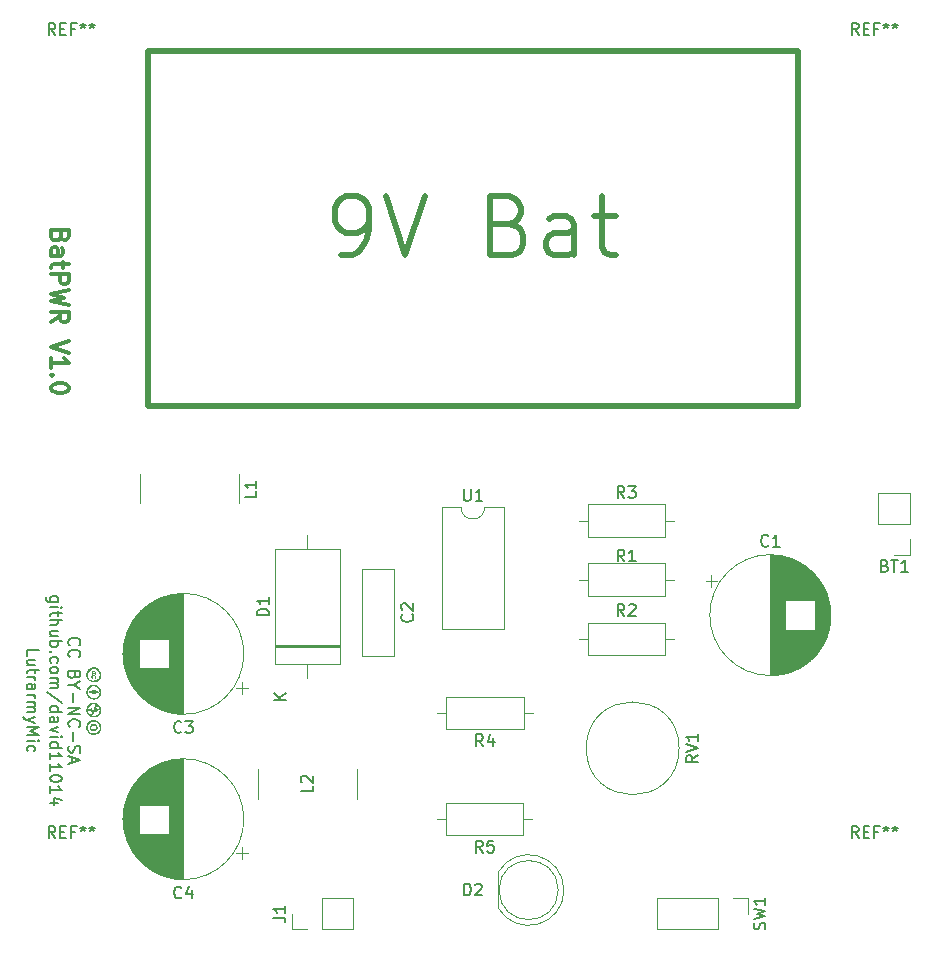
<source format=gbr>
%TF.GenerationSoftware,KiCad,Pcbnew,(6.0.10)*%
%TF.CreationDate,2023-02-21T22:54:33+08:00*%
%TF.ProjectId,LutrarmyMic_BatPwr,4c757472-6172-46d7-994d-69635f426174,rev?*%
%TF.SameCoordinates,Original*%
%TF.FileFunction,Legend,Top*%
%TF.FilePolarity,Positive*%
%FSLAX46Y46*%
G04 Gerber Fmt 4.6, Leading zero omitted, Abs format (unit mm)*
G04 Created by KiCad (PCBNEW (6.0.10)) date 2023-02-21 22:54:33*
%MOMM*%
%LPD*%
G01*
G04 APERTURE LIST*
%ADD10C,0.500000*%
%ADD11C,0.300000*%
%ADD12C,0.150000*%
%ADD13C,0.120000*%
G04 APERTURE END LIST*
D10*
X125000000Y-64000000D02*
X180000000Y-64000000D01*
X180000000Y-64000000D02*
X180000000Y-94000000D01*
X180000000Y-94000000D02*
X125000000Y-94000000D01*
X125000000Y-94000000D02*
X125000000Y-64000000D01*
D11*
X117607142Y-79642857D02*
X117535714Y-79857142D01*
X117464285Y-79928571D01*
X117321428Y-80000000D01*
X117107142Y-80000000D01*
X116964285Y-79928571D01*
X116892857Y-79857142D01*
X116821428Y-79714285D01*
X116821428Y-79142857D01*
X118321428Y-79142857D01*
X118321428Y-79642857D01*
X118250000Y-79785714D01*
X118178571Y-79857142D01*
X118035714Y-79928571D01*
X117892857Y-79928571D01*
X117750000Y-79857142D01*
X117678571Y-79785714D01*
X117607142Y-79642857D01*
X117607142Y-79142857D01*
X116821428Y-81285714D02*
X117607142Y-81285714D01*
X117750000Y-81214285D01*
X117821428Y-81071428D01*
X117821428Y-80785714D01*
X117750000Y-80642857D01*
X116892857Y-81285714D02*
X116821428Y-81142857D01*
X116821428Y-80785714D01*
X116892857Y-80642857D01*
X117035714Y-80571428D01*
X117178571Y-80571428D01*
X117321428Y-80642857D01*
X117392857Y-80785714D01*
X117392857Y-81142857D01*
X117464285Y-81285714D01*
X117821428Y-81785714D02*
X117821428Y-82357142D01*
X118321428Y-82000000D02*
X117035714Y-82000000D01*
X116892857Y-82071428D01*
X116821428Y-82214285D01*
X116821428Y-82357142D01*
X116821428Y-82857142D02*
X118321428Y-82857142D01*
X118321428Y-83428571D01*
X118250000Y-83571428D01*
X118178571Y-83642857D01*
X118035714Y-83714285D01*
X117821428Y-83714285D01*
X117678571Y-83642857D01*
X117607142Y-83571428D01*
X117535714Y-83428571D01*
X117535714Y-82857142D01*
X118321428Y-84214285D02*
X116821428Y-84571428D01*
X117892857Y-84857142D01*
X116821428Y-85142857D01*
X118321428Y-85500000D01*
X116821428Y-86928571D02*
X117535714Y-86428571D01*
X116821428Y-86071428D02*
X118321428Y-86071428D01*
X118321428Y-86642857D01*
X118250000Y-86785714D01*
X118178571Y-86857142D01*
X118035714Y-86928571D01*
X117821428Y-86928571D01*
X117678571Y-86857142D01*
X117607142Y-86785714D01*
X117535714Y-86642857D01*
X117535714Y-86071428D01*
X118321428Y-88500000D02*
X116821428Y-89000000D01*
X118321428Y-89500000D01*
X116821428Y-90785714D02*
X116821428Y-89928571D01*
X116821428Y-90357142D02*
X118321428Y-90357142D01*
X118107142Y-90214285D01*
X117964285Y-90071428D01*
X117892857Y-89928571D01*
X116964285Y-91428571D02*
X116892857Y-91500000D01*
X116821428Y-91428571D01*
X116892857Y-91357142D01*
X116964285Y-91428571D01*
X116821428Y-91428571D01*
X118321428Y-92428571D02*
X118321428Y-92571428D01*
X118250000Y-92714285D01*
X118178571Y-92785714D01*
X118035714Y-92857142D01*
X117750000Y-92928571D01*
X117392857Y-92928571D01*
X117107142Y-92857142D01*
X116964285Y-92785714D01*
X116892857Y-92714285D01*
X116821428Y-92571428D01*
X116821428Y-92428571D01*
X116892857Y-92285714D01*
X116964285Y-92214285D01*
X117107142Y-92142857D01*
X117392857Y-92071428D01*
X117750000Y-92071428D01*
X118035714Y-92142857D01*
X118178571Y-92214285D01*
X118250000Y-92285714D01*
X118321428Y-92428571D01*
D10*
X141309523Y-81261904D02*
X142261904Y-81261904D01*
X142738095Y-81023809D01*
X142976190Y-80785714D01*
X143452380Y-80071428D01*
X143690476Y-79119047D01*
X143690476Y-77214285D01*
X143452380Y-76738095D01*
X143214285Y-76500000D01*
X142738095Y-76261904D01*
X141785714Y-76261904D01*
X141309523Y-76500000D01*
X141071428Y-76738095D01*
X140833333Y-77214285D01*
X140833333Y-78404761D01*
X141071428Y-78880952D01*
X141309523Y-79119047D01*
X141785714Y-79357142D01*
X142738095Y-79357142D01*
X143214285Y-79119047D01*
X143452380Y-78880952D01*
X143690476Y-78404761D01*
X145119047Y-76261904D02*
X146785714Y-81261904D01*
X148452380Y-76261904D01*
X155595238Y-78642857D02*
X156309523Y-78880952D01*
X156547619Y-79119047D01*
X156785714Y-79595238D01*
X156785714Y-80309523D01*
X156547619Y-80785714D01*
X156309523Y-81023809D01*
X155833333Y-81261904D01*
X153928571Y-81261904D01*
X153928571Y-76261904D01*
X155595238Y-76261904D01*
X156071428Y-76500000D01*
X156309523Y-76738095D01*
X156547619Y-77214285D01*
X156547619Y-77690476D01*
X156309523Y-78166666D01*
X156071428Y-78404761D01*
X155595238Y-78642857D01*
X153928571Y-78642857D01*
X161071428Y-81261904D02*
X161071428Y-78642857D01*
X160833333Y-78166666D01*
X160357142Y-77928571D01*
X159404761Y-77928571D01*
X158928571Y-78166666D01*
X161071428Y-81023809D02*
X160595238Y-81261904D01*
X159404761Y-81261904D01*
X158928571Y-81023809D01*
X158690476Y-80547619D01*
X158690476Y-80071428D01*
X158928571Y-79595238D01*
X159404761Y-79357142D01*
X160595238Y-79357142D01*
X161071428Y-79119047D01*
X162738095Y-77928571D02*
X164642857Y-77928571D01*
X163452380Y-76261904D02*
X163452380Y-80547619D01*
X163690476Y-81023809D01*
X164166666Y-81261904D01*
X164642857Y-81261904D01*
D12*
%TO.C,REF\u002A\u002A*%
X185166666Y-130602380D02*
X184833333Y-130126190D01*
X184595238Y-130602380D02*
X184595238Y-129602380D01*
X184976190Y-129602380D01*
X185071428Y-129650000D01*
X185119047Y-129697619D01*
X185166666Y-129792857D01*
X185166666Y-129935714D01*
X185119047Y-130030952D01*
X185071428Y-130078571D01*
X184976190Y-130126190D01*
X184595238Y-130126190D01*
X185595238Y-130078571D02*
X185928571Y-130078571D01*
X186071428Y-130602380D02*
X185595238Y-130602380D01*
X185595238Y-129602380D01*
X186071428Y-129602380D01*
X186833333Y-130078571D02*
X186500000Y-130078571D01*
X186500000Y-130602380D02*
X186500000Y-129602380D01*
X186976190Y-129602380D01*
X187500000Y-129602380D02*
X187500000Y-129840476D01*
X187261904Y-129745238D02*
X187500000Y-129840476D01*
X187738095Y-129745238D01*
X187357142Y-130030952D02*
X187500000Y-129840476D01*
X187642857Y-130030952D01*
X188261904Y-129602380D02*
X188261904Y-129840476D01*
X188023809Y-129745238D02*
X188261904Y-129840476D01*
X188500000Y-129745238D01*
X188119047Y-130030952D02*
X188261904Y-129840476D01*
X188404761Y-130030952D01*
%TO.C,LutrarmyMic*%
X114763529Y-115149045D02*
X114763529Y-114672855D01*
X115763529Y-114672855D01*
X115430195Y-115910950D02*
X114763529Y-115910950D01*
X115430195Y-115482379D02*
X114906386Y-115482379D01*
X114811148Y-115529998D01*
X114763529Y-115625236D01*
X114763529Y-115768093D01*
X114811148Y-115863331D01*
X114858767Y-115910950D01*
X115430195Y-116244283D02*
X115430195Y-116625236D01*
X115763529Y-116387140D02*
X114906386Y-116387140D01*
X114811148Y-116434760D01*
X114763529Y-116529998D01*
X114763529Y-116625236D01*
X114763529Y-116958569D02*
X115430195Y-116958569D01*
X115239719Y-116958569D02*
X115334957Y-117006188D01*
X115382576Y-117053807D01*
X115430195Y-117149045D01*
X115430195Y-117244283D01*
X114763529Y-118006188D02*
X115287338Y-118006188D01*
X115382576Y-117958569D01*
X115430195Y-117863331D01*
X115430195Y-117672855D01*
X115382576Y-117577617D01*
X114811148Y-118006188D02*
X114763529Y-117910950D01*
X114763529Y-117672855D01*
X114811148Y-117577617D01*
X114906386Y-117529998D01*
X115001624Y-117529998D01*
X115096862Y-117577617D01*
X115144481Y-117672855D01*
X115144481Y-117910950D01*
X115192100Y-118006188D01*
X114763529Y-118482379D02*
X115430195Y-118482379D01*
X115239719Y-118482379D02*
X115334957Y-118529998D01*
X115382576Y-118577617D01*
X115430195Y-118672855D01*
X115430195Y-118768093D01*
X114763529Y-119101426D02*
X115430195Y-119101426D01*
X115334957Y-119101426D02*
X115382576Y-119149045D01*
X115430195Y-119244283D01*
X115430195Y-119387140D01*
X115382576Y-119482379D01*
X115287338Y-119529998D01*
X114763529Y-119529998D01*
X115287338Y-119529998D02*
X115382576Y-119577617D01*
X115430195Y-119672855D01*
X115430195Y-119815712D01*
X115382576Y-119910950D01*
X115287338Y-119958569D01*
X114763529Y-119958569D01*
X115430195Y-120339521D02*
X114763529Y-120577617D01*
X115430195Y-120815712D02*
X114763529Y-120577617D01*
X114525433Y-120482379D01*
X114477814Y-120434760D01*
X114430195Y-120339521D01*
X114763529Y-121196664D02*
X115763529Y-121196664D01*
X115049243Y-121529998D01*
X115763529Y-121863331D01*
X114763529Y-121863331D01*
X114763529Y-122339521D02*
X115430195Y-122339521D01*
X115763529Y-122339521D02*
X115715910Y-122291902D01*
X115668290Y-122339521D01*
X115715910Y-122387140D01*
X115763529Y-122339521D01*
X115668290Y-122339521D01*
X114811148Y-123244283D02*
X114763529Y-123149045D01*
X114763529Y-122958569D01*
X114811148Y-122863331D01*
X114858767Y-122815712D01*
X114954005Y-122768093D01*
X115239719Y-122768093D01*
X115334957Y-122815712D01*
X115382576Y-122863331D01*
X115430195Y-122958569D01*
X115430195Y-123149045D01*
X115382576Y-123244283D01*
X117370195Y-110601426D02*
X116560671Y-110601426D01*
X116465433Y-110553807D01*
X116417814Y-110506188D01*
X116370195Y-110410950D01*
X116370195Y-110268093D01*
X116417814Y-110172855D01*
X116751148Y-110601426D02*
X116703529Y-110506188D01*
X116703529Y-110315712D01*
X116751148Y-110220474D01*
X116798767Y-110172855D01*
X116894005Y-110125236D01*
X117179719Y-110125236D01*
X117274957Y-110172855D01*
X117322576Y-110220474D01*
X117370195Y-110315712D01*
X117370195Y-110506188D01*
X117322576Y-110601426D01*
X116703529Y-111077617D02*
X117370195Y-111077617D01*
X117703529Y-111077617D02*
X117655910Y-111029998D01*
X117608290Y-111077617D01*
X117655910Y-111125236D01*
X117703529Y-111077617D01*
X117608290Y-111077617D01*
X117370195Y-111410950D02*
X117370195Y-111791902D01*
X117703529Y-111553807D02*
X116846386Y-111553807D01*
X116751148Y-111601426D01*
X116703529Y-111696664D01*
X116703529Y-111791902D01*
X116703529Y-112125236D02*
X117703529Y-112125236D01*
X116703529Y-112553807D02*
X117227338Y-112553807D01*
X117322576Y-112506188D01*
X117370195Y-112410950D01*
X117370195Y-112268093D01*
X117322576Y-112172855D01*
X117274957Y-112125236D01*
X117370195Y-113458569D02*
X116703529Y-113458569D01*
X117370195Y-113029998D02*
X116846386Y-113029998D01*
X116751148Y-113077617D01*
X116703529Y-113172855D01*
X116703529Y-113315712D01*
X116751148Y-113410950D01*
X116798767Y-113458569D01*
X116703529Y-113934760D02*
X117703529Y-113934760D01*
X117322576Y-113934760D02*
X117370195Y-114029998D01*
X117370195Y-114220474D01*
X117322576Y-114315712D01*
X117274957Y-114363331D01*
X117179719Y-114410950D01*
X116894005Y-114410950D01*
X116798767Y-114363331D01*
X116751148Y-114315712D01*
X116703529Y-114220474D01*
X116703529Y-114029998D01*
X116751148Y-113934760D01*
X116798767Y-114839521D02*
X116751148Y-114887140D01*
X116703529Y-114839521D01*
X116751148Y-114791902D01*
X116798767Y-114839521D01*
X116703529Y-114839521D01*
X116751148Y-115744283D02*
X116703529Y-115649045D01*
X116703529Y-115458569D01*
X116751148Y-115363331D01*
X116798767Y-115315712D01*
X116894005Y-115268093D01*
X117179719Y-115268093D01*
X117274957Y-115315712D01*
X117322576Y-115363331D01*
X117370195Y-115458569D01*
X117370195Y-115649045D01*
X117322576Y-115744283D01*
X116703529Y-116315712D02*
X116751148Y-116220474D01*
X116798767Y-116172855D01*
X116894005Y-116125236D01*
X117179719Y-116125236D01*
X117274957Y-116172855D01*
X117322576Y-116220474D01*
X117370195Y-116315712D01*
X117370195Y-116458569D01*
X117322576Y-116553807D01*
X117274957Y-116601426D01*
X117179719Y-116649045D01*
X116894005Y-116649045D01*
X116798767Y-116601426D01*
X116751148Y-116553807D01*
X116703529Y-116458569D01*
X116703529Y-116315712D01*
X116703529Y-117077617D02*
X117370195Y-117077617D01*
X117274957Y-117077617D02*
X117322576Y-117125236D01*
X117370195Y-117220474D01*
X117370195Y-117363331D01*
X117322576Y-117458569D01*
X117227338Y-117506188D01*
X116703529Y-117506188D01*
X117227338Y-117506188D02*
X117322576Y-117553807D01*
X117370195Y-117649045D01*
X117370195Y-117791902D01*
X117322576Y-117887140D01*
X117227338Y-117934760D01*
X116703529Y-117934760D01*
X117751148Y-119125236D02*
X116465433Y-118268093D01*
X116703529Y-119887140D02*
X117703529Y-119887140D01*
X116751148Y-119887140D02*
X116703529Y-119791902D01*
X116703529Y-119601426D01*
X116751148Y-119506188D01*
X116798767Y-119458569D01*
X116894005Y-119410950D01*
X117179719Y-119410950D01*
X117274957Y-119458569D01*
X117322576Y-119506188D01*
X117370195Y-119601426D01*
X117370195Y-119791902D01*
X117322576Y-119887140D01*
X116703529Y-120791902D02*
X117227338Y-120791902D01*
X117322576Y-120744283D01*
X117370195Y-120649045D01*
X117370195Y-120458569D01*
X117322576Y-120363331D01*
X116751148Y-120791902D02*
X116703529Y-120696664D01*
X116703529Y-120458569D01*
X116751148Y-120363331D01*
X116846386Y-120315712D01*
X116941624Y-120315712D01*
X117036862Y-120363331D01*
X117084481Y-120458569D01*
X117084481Y-120696664D01*
X117132100Y-120791902D01*
X117370195Y-121172855D02*
X116703529Y-121410950D01*
X117370195Y-121649045D01*
X116703529Y-122029998D02*
X117370195Y-122029998D01*
X117703529Y-122029998D02*
X117655910Y-121982379D01*
X117608290Y-122029998D01*
X117655910Y-122077617D01*
X117703529Y-122029998D01*
X117608290Y-122029998D01*
X116703529Y-122934760D02*
X117703529Y-122934760D01*
X116751148Y-122934760D02*
X116703529Y-122839521D01*
X116703529Y-122649045D01*
X116751148Y-122553807D01*
X116798767Y-122506188D01*
X116894005Y-122458569D01*
X117179719Y-122458569D01*
X117274957Y-122506188D01*
X117322576Y-122553807D01*
X117370195Y-122649045D01*
X117370195Y-122839521D01*
X117322576Y-122934760D01*
X116703529Y-123934760D02*
X116703529Y-123363331D01*
X116703529Y-123649045D02*
X117703529Y-123649045D01*
X117560671Y-123553807D01*
X117465433Y-123458569D01*
X117417814Y-123363331D01*
X116703529Y-124887140D02*
X116703529Y-124315712D01*
X116703529Y-124601426D02*
X117703529Y-124601426D01*
X117560671Y-124506188D01*
X117465433Y-124410950D01*
X117417814Y-124315712D01*
X117703529Y-125506188D02*
X117703529Y-125601426D01*
X117655910Y-125696664D01*
X117608290Y-125744283D01*
X117513052Y-125791902D01*
X117322576Y-125839521D01*
X117084481Y-125839521D01*
X116894005Y-125791902D01*
X116798767Y-125744283D01*
X116751148Y-125696664D01*
X116703529Y-125601426D01*
X116703529Y-125506188D01*
X116751148Y-125410950D01*
X116798767Y-125363331D01*
X116894005Y-125315712D01*
X117084481Y-125268093D01*
X117322576Y-125268093D01*
X117513052Y-125315712D01*
X117608290Y-125363331D01*
X117655910Y-125410950D01*
X117703529Y-125506188D01*
X116703529Y-126791902D02*
X116703529Y-126220474D01*
X116703529Y-126506188D02*
X117703529Y-126506188D01*
X117560671Y-126410950D01*
X117465433Y-126315712D01*
X117417814Y-126220474D01*
X117370195Y-127649045D02*
X116703529Y-127649045D01*
X117751148Y-127410950D02*
X117036862Y-127172855D01*
X117036862Y-127791902D01*
X118358767Y-114268093D02*
X118311148Y-114220474D01*
X118263529Y-114077617D01*
X118263529Y-113982379D01*
X118311148Y-113839521D01*
X118406386Y-113744283D01*
X118501624Y-113696664D01*
X118692100Y-113649045D01*
X118834957Y-113649045D01*
X119025433Y-113696664D01*
X119120671Y-113744283D01*
X119215910Y-113839521D01*
X119263529Y-113982379D01*
X119263529Y-114077617D01*
X119215910Y-114220474D01*
X119168290Y-114268093D01*
X118358767Y-115268093D02*
X118311148Y-115220474D01*
X118263529Y-115077617D01*
X118263529Y-114982379D01*
X118311148Y-114839521D01*
X118406386Y-114744283D01*
X118501624Y-114696664D01*
X118692100Y-114649045D01*
X118834957Y-114649045D01*
X119025433Y-114696664D01*
X119120671Y-114744283D01*
X119215910Y-114839521D01*
X119263529Y-114982379D01*
X119263529Y-115077617D01*
X119215910Y-115220474D01*
X119168290Y-115268093D01*
X118787338Y-116791902D02*
X118739719Y-116934760D01*
X118692100Y-116982379D01*
X118596862Y-117029998D01*
X118454005Y-117029998D01*
X118358767Y-116982379D01*
X118311148Y-116934760D01*
X118263529Y-116839521D01*
X118263529Y-116458569D01*
X119263529Y-116458569D01*
X119263529Y-116791902D01*
X119215910Y-116887140D01*
X119168290Y-116934760D01*
X119073052Y-116982379D01*
X118977814Y-116982379D01*
X118882576Y-116934760D01*
X118834957Y-116887140D01*
X118787338Y-116791902D01*
X118787338Y-116458569D01*
X118739719Y-117649045D02*
X118263529Y-117649045D01*
X119263529Y-117315712D02*
X118739719Y-117649045D01*
X119263529Y-117982379D01*
X118644481Y-118315712D02*
X118644481Y-119077617D01*
X118263529Y-119553807D02*
X119263529Y-119553807D01*
X118263529Y-120125236D01*
X119263529Y-120125236D01*
X118358767Y-121172855D02*
X118311148Y-121125236D01*
X118263529Y-120982379D01*
X118263529Y-120887140D01*
X118311148Y-120744283D01*
X118406386Y-120649045D01*
X118501624Y-120601426D01*
X118692100Y-120553807D01*
X118834957Y-120553807D01*
X119025433Y-120601426D01*
X119120671Y-120649045D01*
X119215910Y-120744283D01*
X119263529Y-120887140D01*
X119263529Y-120982379D01*
X119215910Y-121125236D01*
X119168290Y-121172855D01*
X118644481Y-121601426D02*
X118644481Y-122363331D01*
X118311148Y-122791902D02*
X118263529Y-122934760D01*
X118263529Y-123172855D01*
X118311148Y-123268093D01*
X118358767Y-123315712D01*
X118454005Y-123363331D01*
X118549243Y-123363331D01*
X118644481Y-123315712D01*
X118692100Y-123268093D01*
X118739719Y-123172855D01*
X118787338Y-122982379D01*
X118834957Y-122887140D01*
X118882576Y-122839521D01*
X118977814Y-122791902D01*
X119073052Y-122791902D01*
X119168290Y-122839521D01*
X119215910Y-122887140D01*
X119263529Y-122982379D01*
X119263529Y-123220474D01*
X119215910Y-123363331D01*
X118549243Y-123744283D02*
X118549243Y-124220474D01*
X118263529Y-123649045D02*
X119263529Y-123982379D01*
X118263529Y-124315712D01*
%TO.C,C2*%
X147357142Y-111666666D02*
X147404761Y-111714285D01*
X147452380Y-111857142D01*
X147452380Y-111952380D01*
X147404761Y-112095238D01*
X147309523Y-112190476D01*
X147214285Y-112238095D01*
X147023809Y-112285714D01*
X146880952Y-112285714D01*
X146690476Y-112238095D01*
X146595238Y-112190476D01*
X146500000Y-112095238D01*
X146452380Y-111952380D01*
X146452380Y-111857142D01*
X146500000Y-111714285D01*
X146547619Y-111666666D01*
X146547619Y-111285714D02*
X146500000Y-111238095D01*
X146452380Y-111142857D01*
X146452380Y-110904761D01*
X146500000Y-110809523D01*
X146547619Y-110761904D01*
X146642857Y-110714285D01*
X146738095Y-110714285D01*
X146880952Y-110761904D01*
X147452380Y-111333333D01*
X147452380Y-110714285D01*
%TO.C,REF\u002A\u002A*%
X117166666Y-130602380D02*
X116833333Y-130126190D01*
X116595238Y-130602380D02*
X116595238Y-129602380D01*
X116976190Y-129602380D01*
X117071428Y-129650000D01*
X117119047Y-129697619D01*
X117166666Y-129792857D01*
X117166666Y-129935714D01*
X117119047Y-130030952D01*
X117071428Y-130078571D01*
X116976190Y-130126190D01*
X116595238Y-130126190D01*
X117595238Y-130078571D02*
X117928571Y-130078571D01*
X118071428Y-130602380D02*
X117595238Y-130602380D01*
X117595238Y-129602380D01*
X118071428Y-129602380D01*
X118833333Y-130078571D02*
X118500000Y-130078571D01*
X118500000Y-130602380D02*
X118500000Y-129602380D01*
X118976190Y-129602380D01*
X119500000Y-129602380D02*
X119500000Y-129840476D01*
X119261904Y-129745238D02*
X119500000Y-129840476D01*
X119738095Y-129745238D01*
X119357142Y-130030952D02*
X119500000Y-129840476D01*
X119642857Y-130030952D01*
X120261904Y-129602380D02*
X120261904Y-129840476D01*
X120023809Y-129745238D02*
X120261904Y-129840476D01*
X120500000Y-129745238D01*
X120119047Y-130030952D02*
X120261904Y-129840476D01*
X120404761Y-130030952D01*
%TO.C,L2*%
X138952380Y-126166666D02*
X138952380Y-126642857D01*
X137952380Y-126642857D01*
X138047619Y-125880952D02*
X138000000Y-125833333D01*
X137952380Y-125738095D01*
X137952380Y-125500000D01*
X138000000Y-125404761D01*
X138047619Y-125357142D01*
X138142857Y-125309523D01*
X138238095Y-125309523D01*
X138380952Y-125357142D01*
X138952380Y-125928571D01*
X138952380Y-125309523D01*
%TO.C,R3*%
X165333333Y-101802380D02*
X165000000Y-101326190D01*
X164761904Y-101802380D02*
X164761904Y-100802380D01*
X165142857Y-100802380D01*
X165238095Y-100850000D01*
X165285714Y-100897619D01*
X165333333Y-100992857D01*
X165333333Y-101135714D01*
X165285714Y-101230952D01*
X165238095Y-101278571D01*
X165142857Y-101326190D01*
X164761904Y-101326190D01*
X165666666Y-100802380D02*
X166285714Y-100802380D01*
X165952380Y-101183333D01*
X166095238Y-101183333D01*
X166190476Y-101230952D01*
X166238095Y-101278571D01*
X166285714Y-101373809D01*
X166285714Y-101611904D01*
X166238095Y-101707142D01*
X166190476Y-101754761D01*
X166095238Y-101802380D01*
X165809523Y-101802380D01*
X165714285Y-101754761D01*
X165666666Y-101707142D01*
%TO.C,C4*%
X127833333Y-135607142D02*
X127785714Y-135654761D01*
X127642857Y-135702380D01*
X127547619Y-135702380D01*
X127404761Y-135654761D01*
X127309523Y-135559523D01*
X127261904Y-135464285D01*
X127214285Y-135273809D01*
X127214285Y-135130952D01*
X127261904Y-134940476D01*
X127309523Y-134845238D01*
X127404761Y-134750000D01*
X127547619Y-134702380D01*
X127642857Y-134702380D01*
X127785714Y-134750000D01*
X127833333Y-134797619D01*
X128690476Y-135035714D02*
X128690476Y-135702380D01*
X128452380Y-134654761D02*
X128214285Y-135369047D01*
X128833333Y-135369047D01*
%TO.C,R5*%
X153338333Y-131822380D02*
X153005000Y-131346190D01*
X152766904Y-131822380D02*
X152766904Y-130822380D01*
X153147857Y-130822380D01*
X153243095Y-130870000D01*
X153290714Y-130917619D01*
X153338333Y-131012857D01*
X153338333Y-131155714D01*
X153290714Y-131250952D01*
X153243095Y-131298571D01*
X153147857Y-131346190D01*
X152766904Y-131346190D01*
X154243095Y-130822380D02*
X153766904Y-130822380D01*
X153719285Y-131298571D01*
X153766904Y-131250952D01*
X153862142Y-131203333D01*
X154100238Y-131203333D01*
X154195476Y-131250952D01*
X154243095Y-131298571D01*
X154290714Y-131393809D01*
X154290714Y-131631904D01*
X154243095Y-131727142D01*
X154195476Y-131774761D01*
X154100238Y-131822380D01*
X153862142Y-131822380D01*
X153766904Y-131774761D01*
X153719285Y-131727142D01*
%TO.C,BT1*%
X187396785Y-107528571D02*
X187539642Y-107576190D01*
X187587261Y-107623809D01*
X187634880Y-107719047D01*
X187634880Y-107861904D01*
X187587261Y-107957142D01*
X187539642Y-108004761D01*
X187444404Y-108052380D01*
X187063452Y-108052380D01*
X187063452Y-107052380D01*
X187396785Y-107052380D01*
X187492023Y-107100000D01*
X187539642Y-107147619D01*
X187587261Y-107242857D01*
X187587261Y-107338095D01*
X187539642Y-107433333D01*
X187492023Y-107480952D01*
X187396785Y-107528571D01*
X187063452Y-107528571D01*
X187920595Y-107052380D02*
X188492023Y-107052380D01*
X188206309Y-108052380D02*
X188206309Y-107052380D01*
X189349166Y-108052380D02*
X188777738Y-108052380D01*
X189063452Y-108052380D02*
X189063452Y-107052380D01*
X188968214Y-107195238D01*
X188872976Y-107290476D01*
X188777738Y-107338095D01*
%TO.C,C3*%
X127833333Y-121607142D02*
X127785714Y-121654761D01*
X127642857Y-121702380D01*
X127547619Y-121702380D01*
X127404761Y-121654761D01*
X127309523Y-121559523D01*
X127261904Y-121464285D01*
X127214285Y-121273809D01*
X127214285Y-121130952D01*
X127261904Y-120940476D01*
X127309523Y-120845238D01*
X127404761Y-120750000D01*
X127547619Y-120702380D01*
X127642857Y-120702380D01*
X127785714Y-120750000D01*
X127833333Y-120797619D01*
X128166666Y-120702380D02*
X128785714Y-120702380D01*
X128452380Y-121083333D01*
X128595238Y-121083333D01*
X128690476Y-121130952D01*
X128738095Y-121178571D01*
X128785714Y-121273809D01*
X128785714Y-121511904D01*
X128738095Y-121607142D01*
X128690476Y-121654761D01*
X128595238Y-121702380D01*
X128309523Y-121702380D01*
X128214285Y-121654761D01*
X128166666Y-121607142D01*
%TO.C,REF\u002A\u002A*%
X185166666Y-62602380D02*
X184833333Y-62126190D01*
X184595238Y-62602380D02*
X184595238Y-61602380D01*
X184976190Y-61602380D01*
X185071428Y-61650000D01*
X185119047Y-61697619D01*
X185166666Y-61792857D01*
X185166666Y-61935714D01*
X185119047Y-62030952D01*
X185071428Y-62078571D01*
X184976190Y-62126190D01*
X184595238Y-62126190D01*
X185595238Y-62078571D02*
X185928571Y-62078571D01*
X186071428Y-62602380D02*
X185595238Y-62602380D01*
X185595238Y-61602380D01*
X186071428Y-61602380D01*
X186833333Y-62078571D02*
X186500000Y-62078571D01*
X186500000Y-62602380D02*
X186500000Y-61602380D01*
X186976190Y-61602380D01*
X187500000Y-61602380D02*
X187500000Y-61840476D01*
X187261904Y-61745238D02*
X187500000Y-61840476D01*
X187738095Y-61745238D01*
X187357142Y-62030952D02*
X187500000Y-61840476D01*
X187642857Y-62030952D01*
X188261904Y-61602380D02*
X188261904Y-61840476D01*
X188023809Y-61745238D02*
X188261904Y-61840476D01*
X188500000Y-61745238D01*
X188119047Y-62030952D02*
X188261904Y-61840476D01*
X188404761Y-62030952D01*
%TO.C,R4*%
X153368333Y-122822380D02*
X153035000Y-122346190D01*
X152796904Y-122822380D02*
X152796904Y-121822380D01*
X153177857Y-121822380D01*
X153273095Y-121870000D01*
X153320714Y-121917619D01*
X153368333Y-122012857D01*
X153368333Y-122155714D01*
X153320714Y-122250952D01*
X153273095Y-122298571D01*
X153177857Y-122346190D01*
X152796904Y-122346190D01*
X154225476Y-122155714D02*
X154225476Y-122822380D01*
X153987380Y-121774761D02*
X153749285Y-122489047D01*
X154368333Y-122489047D01*
%TO.C,L1*%
X134182380Y-101256666D02*
X134182380Y-101732857D01*
X133182380Y-101732857D01*
X134182380Y-100399523D02*
X134182380Y-100970952D01*
X134182380Y-100685238D02*
X133182380Y-100685238D01*
X133325238Y-100780476D01*
X133420476Y-100875714D01*
X133468095Y-100970952D01*
%TO.C,U1*%
X151748095Y-101042380D02*
X151748095Y-101851904D01*
X151795714Y-101947142D01*
X151843333Y-101994761D01*
X151938571Y-102042380D01*
X152129047Y-102042380D01*
X152224285Y-101994761D01*
X152271904Y-101947142D01*
X152319523Y-101851904D01*
X152319523Y-101042380D01*
X153319523Y-102042380D02*
X152748095Y-102042380D01*
X153033809Y-102042380D02*
X153033809Y-101042380D01*
X152938571Y-101185238D01*
X152843333Y-101280476D01*
X152748095Y-101328095D01*
%TO.C,SW1*%
X177234761Y-138333333D02*
X177282380Y-138190476D01*
X177282380Y-137952380D01*
X177234761Y-137857142D01*
X177187142Y-137809523D01*
X177091904Y-137761904D01*
X176996666Y-137761904D01*
X176901428Y-137809523D01*
X176853809Y-137857142D01*
X176806190Y-137952380D01*
X176758571Y-138142857D01*
X176710952Y-138238095D01*
X176663333Y-138285714D01*
X176568095Y-138333333D01*
X176472857Y-138333333D01*
X176377619Y-138285714D01*
X176330000Y-138238095D01*
X176282380Y-138142857D01*
X176282380Y-137904761D01*
X176330000Y-137761904D01*
X176282380Y-137428571D02*
X177282380Y-137190476D01*
X176568095Y-137000000D01*
X177282380Y-136809523D01*
X176282380Y-136571428D01*
X177282380Y-135666666D02*
X177282380Y-136238095D01*
X177282380Y-135952380D02*
X176282380Y-135952380D01*
X176425238Y-136047619D01*
X176520476Y-136142857D01*
X176568095Y-136238095D01*
%TO.C,R1*%
X165333333Y-107172380D02*
X165000000Y-106696190D01*
X164761904Y-107172380D02*
X164761904Y-106172380D01*
X165142857Y-106172380D01*
X165238095Y-106220000D01*
X165285714Y-106267619D01*
X165333333Y-106362857D01*
X165333333Y-106505714D01*
X165285714Y-106600952D01*
X165238095Y-106648571D01*
X165142857Y-106696190D01*
X164761904Y-106696190D01*
X166285714Y-107172380D02*
X165714285Y-107172380D01*
X166000000Y-107172380D02*
X166000000Y-106172380D01*
X165904761Y-106315238D01*
X165809523Y-106410476D01*
X165714285Y-106458095D01*
%TO.C,D1*%
X135227380Y-111738095D02*
X134227380Y-111738095D01*
X134227380Y-111500000D01*
X134275000Y-111357142D01*
X134370238Y-111261904D01*
X134465476Y-111214285D01*
X134655952Y-111166666D01*
X134798809Y-111166666D01*
X134989285Y-111214285D01*
X135084523Y-111261904D01*
X135179761Y-111357142D01*
X135227380Y-111500000D01*
X135227380Y-111738095D01*
X135227380Y-110214285D02*
X135227380Y-110785714D01*
X135227380Y-110500000D02*
X134227380Y-110500000D01*
X134370238Y-110595238D01*
X134465476Y-110690476D01*
X134513095Y-110785714D01*
X136652380Y-118881904D02*
X135652380Y-118881904D01*
X136652380Y-118310476D02*
X136080952Y-118739047D01*
X135652380Y-118310476D02*
X136223809Y-118881904D01*
%TO.C,J1*%
X135622380Y-137333333D02*
X136336666Y-137333333D01*
X136479523Y-137380952D01*
X136574761Y-137476190D01*
X136622380Y-137619047D01*
X136622380Y-137714285D01*
X136622380Y-136333333D02*
X136622380Y-136904761D01*
X136622380Y-136619047D02*
X135622380Y-136619047D01*
X135765238Y-136714285D01*
X135860476Y-136809523D01*
X135908095Y-136904761D01*
%TO.C,D2*%
X151761904Y-135452380D02*
X151761904Y-134452380D01*
X152000000Y-134452380D01*
X152142857Y-134500000D01*
X152238095Y-134595238D01*
X152285714Y-134690476D01*
X152333333Y-134880952D01*
X152333333Y-135023809D01*
X152285714Y-135214285D01*
X152238095Y-135309523D01*
X152142857Y-135404761D01*
X152000000Y-135452380D01*
X151761904Y-135452380D01*
X152714285Y-134547619D02*
X152761904Y-134500000D01*
X152857142Y-134452380D01*
X153095238Y-134452380D01*
X153190476Y-134500000D01*
X153238095Y-134547619D01*
X153285714Y-134642857D01*
X153285714Y-134738095D01*
X153238095Y-134880952D01*
X152666666Y-135452380D01*
X153285714Y-135452380D01*
%TO.C,C1*%
X177524240Y-105827142D02*
X177476621Y-105874761D01*
X177333764Y-105922380D01*
X177238526Y-105922380D01*
X177095668Y-105874761D01*
X177000430Y-105779523D01*
X176952811Y-105684285D01*
X176905192Y-105493809D01*
X176905192Y-105350952D01*
X176952811Y-105160476D01*
X177000430Y-105065238D01*
X177095668Y-104970000D01*
X177238526Y-104922380D01*
X177333764Y-104922380D01*
X177476621Y-104970000D01*
X177524240Y-105017619D01*
X178476621Y-105922380D02*
X177905192Y-105922380D01*
X178190907Y-105922380D02*
X178190907Y-104922380D01*
X178095668Y-105065238D01*
X178000430Y-105160476D01*
X177905192Y-105208095D01*
%TO.C,REF\u002A\u002A*%
X117166666Y-62602380D02*
X116833333Y-62126190D01*
X116595238Y-62602380D02*
X116595238Y-61602380D01*
X116976190Y-61602380D01*
X117071428Y-61650000D01*
X117119047Y-61697619D01*
X117166666Y-61792857D01*
X117166666Y-61935714D01*
X117119047Y-62030952D01*
X117071428Y-62078571D01*
X116976190Y-62126190D01*
X116595238Y-62126190D01*
X117595238Y-62078571D02*
X117928571Y-62078571D01*
X118071428Y-62602380D02*
X117595238Y-62602380D01*
X117595238Y-61602380D01*
X118071428Y-61602380D01*
X118833333Y-62078571D02*
X118500000Y-62078571D01*
X118500000Y-62602380D02*
X118500000Y-61602380D01*
X118976190Y-61602380D01*
X119500000Y-61602380D02*
X119500000Y-61840476D01*
X119261904Y-61745238D02*
X119500000Y-61840476D01*
X119738095Y-61745238D01*
X119357142Y-62030952D02*
X119500000Y-61840476D01*
X119642857Y-62030952D01*
X120261904Y-61602380D02*
X120261904Y-61840476D01*
X120023809Y-61745238D02*
X120261904Y-61840476D01*
X120500000Y-61745238D01*
X120119047Y-62030952D02*
X120261904Y-61840476D01*
X120404761Y-62030952D01*
%TO.C,RV1*%
X171552380Y-123595238D02*
X171076190Y-123928571D01*
X171552380Y-124166666D02*
X170552380Y-124166666D01*
X170552380Y-123785714D01*
X170600000Y-123690476D01*
X170647619Y-123642857D01*
X170742857Y-123595238D01*
X170885714Y-123595238D01*
X170980952Y-123642857D01*
X171028571Y-123690476D01*
X171076190Y-123785714D01*
X171076190Y-124166666D01*
X170552380Y-123309523D02*
X171552380Y-122976190D01*
X170552380Y-122642857D01*
X171552380Y-121785714D02*
X171552380Y-122357142D01*
X171552380Y-122071428D02*
X170552380Y-122071428D01*
X170695238Y-122166666D01*
X170790476Y-122261904D01*
X170838095Y-122357142D01*
%TO.C,R2*%
X165333333Y-111802380D02*
X165000000Y-111326190D01*
X164761904Y-111802380D02*
X164761904Y-110802380D01*
X165142857Y-110802380D01*
X165238095Y-110850000D01*
X165285714Y-110897619D01*
X165333333Y-110992857D01*
X165333333Y-111135714D01*
X165285714Y-111230952D01*
X165238095Y-111278571D01*
X165142857Y-111326190D01*
X164761904Y-111326190D01*
X165714285Y-110897619D02*
X165761904Y-110850000D01*
X165857142Y-110802380D01*
X166095238Y-110802380D01*
X166190476Y-110850000D01*
X166238095Y-110897619D01*
X166285714Y-110992857D01*
X166285714Y-111088095D01*
X166238095Y-111230952D01*
X165666666Y-111802380D01*
X166285714Y-111802380D01*
%TO.C,LutrarmyMic*%
G36*
X120865194Y-119310405D02*
G01*
X120946410Y-119408636D01*
X120999525Y-119516351D01*
X121027301Y-119640751D01*
X121033167Y-119748358D01*
X121023283Y-119886384D01*
X120991330Y-120002648D01*
X120933855Y-120105879D01*
X120855974Y-120196341D01*
X120757019Y-120280191D01*
X120653019Y-120335360D01*
X120535243Y-120365301D01*
X120407991Y-120373534D01*
X120266513Y-120362812D01*
X120147076Y-120328805D01*
X120042478Y-120268752D01*
X119996356Y-120228520D01*
X120301805Y-120228520D01*
X120308595Y-120241232D01*
X120334480Y-120247193D01*
X120385766Y-120247198D01*
X120430318Y-120244741D01*
X120550968Y-120226925D01*
X120649984Y-120188091D01*
X120737403Y-120123744D01*
X120767731Y-120093718D01*
X120829489Y-120021775D01*
X120868847Y-119954907D01*
X120890340Y-119881192D01*
X120898499Y-119788710D01*
X120899046Y-119748358D01*
X120897670Y-119668687D01*
X120891721Y-119612731D01*
X120878764Y-119568541D01*
X120856361Y-119524172D01*
X120851673Y-119516150D01*
X120811557Y-119456671D01*
X120766210Y-119401061D01*
X120749342Y-119383668D01*
X120694539Y-119331566D01*
X120648099Y-119433003D01*
X120601659Y-119534441D01*
X120647722Y-119589183D01*
X120677556Y-119632870D01*
X120693134Y-119671750D01*
X120693785Y-119678280D01*
X120702860Y-119703594D01*
X120735796Y-119712375D01*
X120747372Y-119712634D01*
X120785669Y-119717440D01*
X120799679Y-119737870D01*
X120800958Y-119757289D01*
X120795191Y-119789203D01*
X120770675Y-119800878D01*
X120747372Y-119801945D01*
X120705422Y-119809524D01*
X120693785Y-119829625D01*
X120685925Y-119863879D01*
X120666853Y-119909347D01*
X120665337Y-119912319D01*
X120636888Y-119967332D01*
X120598354Y-119928558D01*
X120572029Y-119889851D01*
X120560918Y-119835940D01*
X120559819Y-119801683D01*
X120556585Y-119750573D01*
X120548331Y-119717619D01*
X120542168Y-119711222D01*
X120529923Y-119725774D01*
X120506828Y-119766511D01*
X120475995Y-119826733D01*
X120440537Y-119899743D01*
X120403566Y-119978842D01*
X120368194Y-120057332D01*
X120337535Y-120128514D01*
X120314699Y-120185690D01*
X120302801Y-120222162D01*
X120301805Y-120228520D01*
X119996356Y-120228520D01*
X119970037Y-120205562D01*
X119890489Y-120116009D01*
X119836920Y-120028821D01*
X119804877Y-119933269D01*
X119789906Y-119818619D01*
X119787730Y-119766220D01*
X119788646Y-119695003D01*
X119913137Y-119695003D01*
X119913487Y-119818212D01*
X119935613Y-119912784D01*
X119966362Y-119978374D01*
X120012092Y-120048084D01*
X120064038Y-120110398D01*
X120113441Y-120153800D01*
X120123729Y-120160009D01*
X120144162Y-120166348D01*
X120161550Y-120155881D01*
X120181540Y-120122653D01*
X120202765Y-120076668D01*
X120225439Y-120023285D01*
X120239889Y-119985106D01*
X120242997Y-119971309D01*
X120225425Y-119961161D01*
X120199262Y-119947250D01*
X120167007Y-119917138D01*
X120139936Y-119870457D01*
X120137622Y-119864450D01*
X120116736Y-119821441D01*
X120089262Y-119804092D01*
X120065021Y-119801945D01*
X120028405Y-119796281D01*
X120015778Y-119772858D01*
X120015023Y-119757289D01*
X120020790Y-119725375D01*
X120045307Y-119713700D01*
X120068610Y-119712634D01*
X120107264Y-119707496D01*
X120121270Y-119686973D01*
X120122263Y-119672444D01*
X120131470Y-119630942D01*
X120154047Y-119580610D01*
X120159105Y-119571932D01*
X120195881Y-119511609D01*
X120248266Y-119561797D01*
X120280701Y-119595511D01*
X120289842Y-119618710D01*
X120279181Y-119644519D01*
X120272883Y-119654365D01*
X120253992Y-119700472D01*
X120250045Y-119749496D01*
X120259911Y-119789922D01*
X120282458Y-119810239D01*
X120288270Y-119810876D01*
X120305001Y-119802108D01*
X120326962Y-119773503D01*
X120356112Y-119721607D01*
X120394408Y-119642968D01*
X120438601Y-119545832D01*
X120485051Y-119440859D01*
X120516621Y-119364098D01*
X120532962Y-119311124D01*
X120533724Y-119277512D01*
X120518559Y-119258838D01*
X120487116Y-119250677D01*
X120439047Y-119248606D01*
X120415122Y-119248491D01*
X120288459Y-119264492D01*
X120174459Y-119310145D01*
X120076525Y-119380736D01*
X119998058Y-119471552D01*
X119942461Y-119577879D01*
X119913137Y-119695003D01*
X119788646Y-119695003D01*
X119789261Y-119647238D01*
X119800140Y-119560547D01*
X119809044Y-119529772D01*
X119864721Y-119421024D01*
X119943115Y-119318319D01*
X120029895Y-119238833D01*
X120124867Y-119179452D01*
X120221220Y-119143041D01*
X120329952Y-119126576D01*
X120415122Y-119126129D01*
X120440174Y-119125998D01*
X120568269Y-119139502D01*
X120674527Y-119171652D01*
X120694539Y-119183303D01*
X120770053Y-119227265D01*
X120865194Y-119310405D01*
G37*
G36*
X120468969Y-116768883D02*
G01*
X120510623Y-116783270D01*
X120548989Y-116814343D01*
X120552262Y-116817589D01*
X120587170Y-116860573D01*
X120602104Y-116907203D01*
X120604475Y-116952184D01*
X120597007Y-117020960D01*
X120577525Y-117074721D01*
X120550411Y-117109116D01*
X120520045Y-117119795D01*
X120490810Y-117102408D01*
X120476687Y-117079058D01*
X120466332Y-117040599D01*
X120481487Y-117011030D01*
X120486001Y-117006333D01*
X120511386Y-116973451D01*
X120507000Y-116946101D01*
X120482498Y-116919973D01*
X120430557Y-116893961D01*
X120373764Y-116896764D01*
X120328025Y-116925678D01*
X120307332Y-116953116D01*
X120308575Y-116976917D01*
X120326202Y-117006872D01*
X120345220Y-117052803D01*
X120345215Y-117087710D01*
X120325090Y-117118192D01*
X120297463Y-117120360D01*
X120267313Y-117099375D01*
X120239618Y-117060394D01*
X120219356Y-117008579D01*
X120211507Y-116949146D01*
X120217366Y-116888882D01*
X120240005Y-116844007D01*
X120263719Y-116817589D01*
X120302497Y-116784993D01*
X120343329Y-116769529D01*
X120402253Y-116765392D01*
X120407991Y-116765376D01*
X120468969Y-116768883D01*
G37*
G36*
X120497723Y-120910361D02*
G01*
X120513079Y-120931341D01*
X120552133Y-120957813D01*
X120587489Y-120975450D01*
X120647092Y-121006820D01*
X120684972Y-121043386D01*
X120711711Y-121091554D01*
X120742974Y-121197728D01*
X120740167Y-121299592D01*
X120704050Y-121393095D01*
X120640911Y-121469289D01*
X120573351Y-121517887D01*
X120498026Y-121544527D01*
X120405250Y-121551819D01*
X120345934Y-121548752D01*
X120242048Y-121524442D01*
X120158896Y-121471871D01*
X120098711Y-121393339D01*
X120063725Y-121291145D01*
X120058056Y-121252285D01*
X120060698Y-121163513D01*
X120083268Y-121096203D01*
X120137921Y-121017337D01*
X120214058Y-120966799D01*
X120265170Y-120951360D01*
X120318680Y-120940658D01*
X120318680Y-121032201D01*
X120316851Y-121086660D01*
X120309152Y-121114135D01*
X120292268Y-121123276D01*
X120283584Y-121123745D01*
X120244536Y-121138597D01*
X120220163Y-121176397D01*
X120211657Y-121227013D01*
X120220205Y-121280313D01*
X120246999Y-121326164D01*
X120258571Y-121336795D01*
X120313943Y-121362465D01*
X120387497Y-121373881D01*
X120464254Y-121370085D01*
X120522047Y-121353636D01*
X120570296Y-121314373D01*
X120593937Y-121258408D01*
X120588304Y-121197830D01*
X120585146Y-121190177D01*
X120559930Y-121152584D01*
X120530710Y-121131405D01*
X120506965Y-121131991D01*
X120500100Y-121142143D01*
X120485722Y-121142808D01*
X120457117Y-121124235D01*
X120423110Y-121094474D01*
X120392527Y-121061580D01*
X120374194Y-121033604D01*
X120372266Y-121025503D01*
X120384184Y-121002367D01*
X120414472Y-120965889D01*
X120434784Y-120945123D01*
X120473639Y-120911961D01*
X120494763Y-120904126D01*
X120497723Y-120910361D01*
G37*
G36*
X120568269Y-117639080D02*
G01*
X120674527Y-117671230D01*
X120770053Y-117726843D01*
X120865194Y-117809983D01*
X120946410Y-117908214D01*
X120999525Y-118015929D01*
X121027301Y-118140329D01*
X121033167Y-118247936D01*
X121023283Y-118385962D01*
X120991330Y-118502226D01*
X120933855Y-118605457D01*
X120855974Y-118695919D01*
X120757019Y-118779769D01*
X120653019Y-118834938D01*
X120535243Y-118864880D01*
X120407991Y-118873112D01*
X120266513Y-118862390D01*
X120147076Y-118828384D01*
X120042478Y-118768330D01*
X119970037Y-118705140D01*
X119890489Y-118615587D01*
X119836920Y-118528399D01*
X119804877Y-118432847D01*
X119789906Y-118318197D01*
X119788131Y-118275456D01*
X119911252Y-118275456D01*
X119924299Y-118371753D01*
X119935613Y-118412362D01*
X119991892Y-118525441D01*
X120073556Y-118618137D01*
X120174911Y-118687682D01*
X120290263Y-118731310D01*
X120413918Y-118746251D01*
X120540183Y-118729739D01*
X120570195Y-118720804D01*
X120678901Y-118666752D01*
X120771960Y-118585500D01*
X120844459Y-118483924D01*
X120891487Y-118368895D01*
X120908131Y-118247936D01*
X120891290Y-118122890D01*
X120843892Y-118008364D01*
X120770623Y-117909039D01*
X120676169Y-117829599D01*
X120565217Y-117774723D01*
X120442453Y-117749094D01*
X120407474Y-117747796D01*
X120286370Y-117764883D01*
X120171622Y-117813043D01*
X120069607Y-117887627D01*
X119986704Y-117983982D01*
X119929772Y-118096108D01*
X119912973Y-118178009D01*
X119911252Y-118275456D01*
X119788131Y-118275456D01*
X119787730Y-118265798D01*
X119789261Y-118146816D01*
X119800140Y-118060125D01*
X119809044Y-118029350D01*
X119864721Y-117920602D01*
X119943115Y-117817897D01*
X120029895Y-117738411D01*
X120124867Y-117679030D01*
X120221220Y-117642619D01*
X120329952Y-117626154D01*
X120407474Y-117625747D01*
X120440174Y-117625576D01*
X120568269Y-117639080D01*
G37*
G36*
X120625775Y-120636060D02*
G01*
X120684854Y-120658423D01*
X120780352Y-120718935D01*
X120870348Y-120800923D01*
X120945229Y-120894151D01*
X120995381Y-120988379D01*
X120995846Y-120989613D01*
X121025615Y-121109537D01*
X121034090Y-121243373D01*
X121021312Y-121376374D01*
X120994537Y-121475721D01*
X120938778Y-121581096D01*
X120856935Y-121679518D01*
X120758557Y-121761441D01*
X120653190Y-121817316D01*
X120652794Y-121817465D01*
X120528173Y-121848537D01*
X120390604Y-121857020D01*
X120254817Y-121842910D01*
X120163056Y-121817519D01*
X120062093Y-121764040D01*
X119965910Y-121684760D01*
X119884054Y-121589283D01*
X119826074Y-121487215D01*
X119820341Y-121472774D01*
X119797757Y-121385572D01*
X119785653Y-121281131D01*
X119785377Y-121258438D01*
X119911252Y-121258438D01*
X119924299Y-121354735D01*
X119935613Y-121395344D01*
X119991958Y-121507667D01*
X120075192Y-121601936D01*
X120178980Y-121673226D01*
X120296988Y-121716613D01*
X120361597Y-121726490D01*
X120492910Y-121720910D01*
X120611967Y-121685103D01*
X120715431Y-121623302D01*
X120799966Y-121539736D01*
X120862236Y-121438637D01*
X120898902Y-121324236D01*
X120906630Y-121200764D01*
X120882081Y-121072453D01*
X120880702Y-121068244D01*
X120827228Y-120961139D01*
X120746461Y-120868785D01*
X120645492Y-120796239D01*
X120531413Y-120748556D01*
X120411314Y-120730795D01*
X120407474Y-120730777D01*
X120286370Y-120747864D01*
X120171622Y-120796025D01*
X120069607Y-120870608D01*
X119986704Y-120966964D01*
X119929772Y-121079090D01*
X119912973Y-121160991D01*
X119911252Y-121258438D01*
X119785377Y-121258438D01*
X119784335Y-121172916D01*
X119794112Y-121074390D01*
X119809854Y-121012331D01*
X119871837Y-120891403D01*
X119961061Y-120783079D01*
X120069896Y-120694831D01*
X120190713Y-120634130D01*
X120199035Y-120631236D01*
X120294059Y-120611142D01*
X120405993Y-120605759D01*
X120407474Y-120605869D01*
X120521134Y-120614321D01*
X120625775Y-120636060D01*
G37*
G36*
X120567018Y-116156279D02*
G01*
X120672611Y-116187805D01*
X120766864Y-116242328D01*
X120860654Y-116324622D01*
X120866345Y-116330384D01*
X120946969Y-116428716D01*
X120999457Y-116534077D01*
X121026983Y-116654740D01*
X121033167Y-116765376D01*
X121023283Y-116903402D01*
X120991330Y-117019666D01*
X120933855Y-117122898D01*
X120855974Y-117213360D01*
X120757019Y-117297209D01*
X120653019Y-117352379D01*
X120535243Y-117382320D01*
X120407991Y-117390552D01*
X120253757Y-117376018D01*
X120119706Y-117332101D01*
X120005035Y-117258332D01*
X119908945Y-117154244D01*
X119853771Y-117065835D01*
X119823678Y-117005859D01*
X119805101Y-116955050D01*
X119794896Y-116900174D01*
X119789914Y-116827996D01*
X119788704Y-116792170D01*
X119788424Y-116712992D01*
X119788938Y-116701850D01*
X119914993Y-116701850D01*
X119915378Y-116801858D01*
X119932507Y-116902316D01*
X119960989Y-116980248D01*
X120036204Y-117096268D01*
X120130248Y-117182010D01*
X120242834Y-117237271D01*
X120364827Y-117261208D01*
X120493751Y-117257745D01*
X120607376Y-117223731D01*
X120711329Y-117157073D01*
X120757048Y-117115274D01*
X120837837Y-117011668D01*
X120887452Y-116897747D01*
X120906751Y-116778863D01*
X120896597Y-116660370D01*
X120857851Y-116547618D01*
X120791372Y-116445962D01*
X120698022Y-116360752D01*
X120629067Y-116319544D01*
X120507244Y-116276911D01*
X120384409Y-116267490D01*
X120265337Y-116289238D01*
X120154806Y-116340116D01*
X120057590Y-116418083D01*
X119978468Y-116521097D01*
X119932517Y-116617168D01*
X119914993Y-116701850D01*
X119788938Y-116701850D01*
X119791722Y-116641435D01*
X119797930Y-116589400D01*
X119800722Y-116577824D01*
X119839339Y-116489320D01*
X119897786Y-116396479D01*
X119966170Y-116313443D01*
X120019685Y-116264847D01*
X120118181Y-116201124D01*
X120216821Y-116161912D01*
X120326865Y-116143941D01*
X120384409Y-116143449D01*
X120439208Y-116142980D01*
X120567018Y-116156279D01*
G37*
G36*
X120448181Y-118073058D02*
G01*
X120595543Y-118078246D01*
X120595543Y-118417627D01*
X120448181Y-118422815D01*
X120375832Y-118424752D01*
X120332045Y-118423293D01*
X120309706Y-118416927D01*
X120301702Y-118404146D01*
X120300818Y-118391556D01*
X120298153Y-118373847D01*
X120285491Y-118363032D01*
X120255830Y-118357429D01*
X120202169Y-118355358D01*
X120148989Y-118355109D01*
X119997161Y-118355109D01*
X119997161Y-118140763D01*
X120148989Y-118140763D01*
X120222759Y-118140124D01*
X120267814Y-118137084D01*
X120291154Y-118129964D01*
X120299782Y-118117082D01*
X120300818Y-118104317D01*
X120303282Y-118086510D01*
X120315417Y-118076107D01*
X120344335Y-118071600D01*
X120397149Y-118071480D01*
X120448181Y-118073058D01*
G37*
G36*
X120768952Y-118164425D02*
G01*
X120797386Y-118180060D01*
X120813891Y-118213461D01*
X120818821Y-118247936D01*
X120806983Y-118300904D01*
X120769935Y-118329911D01*
X120717635Y-118337247D01*
X120662816Y-118323266D01*
X120630513Y-118286621D01*
X120624824Y-118235264D01*
X120641630Y-118189884D01*
X120672387Y-118167547D01*
X120720276Y-118158717D01*
X120768952Y-118164425D01*
G37*
G36*
X120479342Y-116413591D02*
G01*
X120523539Y-116434854D01*
X120552262Y-116460346D01*
X120594220Y-116525548D01*
X120607233Y-116601246D01*
X120590942Y-116676509D01*
X120560952Y-116724191D01*
X120531570Y-116755971D01*
X120513969Y-116762873D01*
X120496762Y-116747209D01*
X120490072Y-116738583D01*
X120465102Y-116693825D01*
X120470642Y-116659329D01*
X120488370Y-116640341D01*
X120512422Y-116611269D01*
X120505446Y-116582315D01*
X120487095Y-116561237D01*
X120446341Y-116539517D01*
X120395724Y-116536412D01*
X120346910Y-116549204D01*
X120311566Y-116575178D01*
X120300818Y-116604617D01*
X120312181Y-116628087D01*
X120329980Y-116649090D01*
X120349078Y-116678895D01*
X120342322Y-116714901D01*
X120339294Y-116721814D01*
X120316718Y-116757047D01*
X120291876Y-116760304D01*
X120259186Y-116731369D01*
X120248528Y-116718312D01*
X120221760Y-116660460D01*
X120212487Y-116587049D01*
X120221836Y-116514273D01*
X120232398Y-116486085D01*
X120273991Y-116440527D01*
X120344391Y-116414488D01*
X120419136Y-116408133D01*
X120479342Y-116413591D01*
G37*
D13*
%TO.C,C2*%
X145870000Y-115220000D02*
X143130000Y-115220000D01*
X145870000Y-107780000D02*
X145870000Y-115220000D01*
X145870000Y-107780000D02*
X143130000Y-107780000D01*
X143130000Y-107780000D02*
X143130000Y-115220000D01*
%TO.C,L2*%
X142700000Y-127250000D02*
X142700000Y-124750000D01*
X134300000Y-124750000D02*
X134300000Y-127250000D01*
%TO.C,R3*%
X162230000Y-102350000D02*
X162230000Y-105090000D01*
X161460000Y-103720000D02*
X162230000Y-103720000D01*
X168770000Y-105090000D02*
X168770000Y-102350000D01*
X168770000Y-102350000D02*
X162230000Y-102350000D01*
X162230000Y-105090000D02*
X168770000Y-105090000D01*
X169540000Y-103720000D02*
X168770000Y-103720000D01*
%TO.C,C4*%
X122959000Y-129862000D02*
X122959000Y-128138000D01*
X124359000Y-132561000D02*
X124359000Y-130241000D01*
X124839000Y-127759000D02*
X124839000Y-125011000D01*
X125319000Y-127759000D02*
X125319000Y-124677000D01*
X126279000Y-127759000D02*
X126279000Y-124217000D01*
X126359000Y-127759000D02*
X126359000Y-124189000D01*
X122999000Y-130062000D02*
X122999000Y-127938000D01*
X125999000Y-133674000D02*
X125999000Y-130241000D01*
X126039000Y-133690000D02*
X126039000Y-130241000D01*
X125959000Y-133657000D02*
X125959000Y-130241000D01*
X126839000Y-133947000D02*
X126839000Y-124053000D01*
X127440000Y-134050000D02*
X127440000Y-123950000D01*
X124879000Y-133020000D02*
X124879000Y-130241000D01*
X127159000Y-134011000D02*
X127159000Y-123989000D01*
X123719000Y-131770000D02*
X123719000Y-126230000D01*
X127039000Y-133990000D02*
X127039000Y-124010000D01*
X126079000Y-127759000D02*
X126079000Y-124293000D01*
X125199000Y-133247000D02*
X125199000Y-130241000D01*
X126879000Y-133956000D02*
X126879000Y-124044000D01*
X125479000Y-127759000D02*
X125479000Y-124583000D01*
X125559000Y-127759000D02*
X125559000Y-124538000D01*
X125439000Y-133395000D02*
X125439000Y-130241000D01*
X124519000Y-132716000D02*
X124519000Y-130241000D01*
X125679000Y-127759000D02*
X125679000Y-124475000D01*
X123799000Y-131889000D02*
X123799000Y-126111000D01*
X124719000Y-132892000D02*
X124719000Y-130241000D01*
X125919000Y-133639000D02*
X125919000Y-130241000D01*
X125359000Y-133347000D02*
X125359000Y-130241000D01*
X127199000Y-134018000D02*
X127199000Y-123982000D01*
X126399000Y-133824000D02*
X126399000Y-130241000D01*
X123199000Y-130742000D02*
X123199000Y-127258000D01*
X125079000Y-133166000D02*
X125079000Y-130241000D01*
X126159000Y-133738000D02*
X126159000Y-130241000D01*
X127600000Y-134065000D02*
X127600000Y-123935000D01*
X127840000Y-134078000D02*
X127840000Y-123922000D01*
X124959000Y-133080000D02*
X124959000Y-130241000D01*
X124039000Y-132206000D02*
X124039000Y-125794000D01*
X127119000Y-134004000D02*
X127119000Y-123996000D01*
X123839000Y-131945000D02*
X123839000Y-126055000D01*
X123559000Y-131510000D02*
X123559000Y-126490000D01*
X127079000Y-133997000D02*
X127079000Y-124003000D01*
X125479000Y-133417000D02*
X125479000Y-130241000D01*
X127720000Y-134073000D02*
X127720000Y-123927000D01*
X124479000Y-132679000D02*
X124479000Y-130241000D01*
X127680000Y-134070000D02*
X127680000Y-123930000D01*
X125759000Y-133564000D02*
X125759000Y-130241000D01*
X124399000Y-132601000D02*
X124399000Y-130241000D01*
X124079000Y-132254000D02*
X124079000Y-125746000D01*
X125399000Y-133371000D02*
X125399000Y-130241000D01*
X127960000Y-134080000D02*
X127960000Y-123920000D01*
X126119000Y-133723000D02*
X126119000Y-130241000D01*
X124799000Y-132957000D02*
X124799000Y-130241000D01*
X126479000Y-127759000D02*
X126479000Y-124150000D01*
X126279000Y-133783000D02*
X126279000Y-130241000D01*
X125879000Y-133621000D02*
X125879000Y-130241000D01*
X124799000Y-127759000D02*
X124799000Y-125043000D01*
X127320000Y-134035000D02*
X127320000Y-123965000D01*
X126079000Y-133707000D02*
X126079000Y-130241000D01*
X123039000Y-130230000D02*
X123039000Y-127770000D01*
X126159000Y-127759000D02*
X126159000Y-124262000D01*
X124199000Y-132392000D02*
X124199000Y-125608000D01*
X124839000Y-132989000D02*
X124839000Y-130241000D01*
X125599000Y-127759000D02*
X125599000Y-124517000D01*
X127880000Y-134079000D02*
X127880000Y-123921000D01*
X126319000Y-133797000D02*
X126319000Y-130241000D01*
X123319000Y-131037000D02*
X123319000Y-126963000D01*
X126679000Y-127759000D02*
X126679000Y-124093000D01*
X127760000Y-134075000D02*
X127760000Y-123925000D01*
X125159000Y-127759000D02*
X125159000Y-124779000D01*
X126679000Y-133907000D02*
X126679000Y-130241000D01*
X123479000Y-131365000D02*
X123479000Y-126635000D01*
X126999000Y-133982000D02*
X126999000Y-124018000D01*
X125719000Y-127759000D02*
X125719000Y-124455000D01*
X124439000Y-132640000D02*
X124439000Y-130241000D01*
X124639000Y-132824000D02*
X124639000Y-130241000D01*
X125879000Y-127759000D02*
X125879000Y-124379000D01*
X128000000Y-134080000D02*
X128000000Y-123920000D01*
X126719000Y-127759000D02*
X126719000Y-124082000D01*
X125359000Y-127759000D02*
X125359000Y-124653000D01*
X126799000Y-133938000D02*
X126799000Y-124062000D01*
X124519000Y-127759000D02*
X124519000Y-125284000D01*
X127279000Y-134030000D02*
X127279000Y-123970000D01*
X124559000Y-127759000D02*
X124559000Y-125247000D01*
X123599000Y-131579000D02*
X123599000Y-126421000D01*
X125079000Y-127759000D02*
X125079000Y-124834000D01*
X126719000Y-133918000D02*
X126719000Y-130241000D01*
X124759000Y-132925000D02*
X124759000Y-130241000D01*
X125719000Y-133545000D02*
X125719000Y-130241000D01*
X125519000Y-133440000D02*
X125519000Y-130241000D01*
X124639000Y-127759000D02*
X124639000Y-125176000D01*
X123919000Y-132054000D02*
X123919000Y-125946000D01*
X126119000Y-127759000D02*
X126119000Y-124277000D01*
X127400000Y-134045000D02*
X127400000Y-123955000D01*
X126959000Y-133974000D02*
X126959000Y-124026000D01*
X124999000Y-127759000D02*
X124999000Y-124890000D01*
X125799000Y-127759000D02*
X125799000Y-124416000D01*
X123879000Y-132000000D02*
X123879000Y-126000000D01*
X126519000Y-127759000D02*
X126519000Y-124138000D01*
X127800000Y-134077000D02*
X127800000Y-123923000D01*
X126439000Y-127759000D02*
X126439000Y-124163000D01*
X125839000Y-133603000D02*
X125839000Y-130241000D01*
X126399000Y-127759000D02*
X126399000Y-124176000D01*
X126439000Y-133837000D02*
X126439000Y-130241000D01*
X125559000Y-133462000D02*
X125559000Y-130241000D01*
X125199000Y-127759000D02*
X125199000Y-124753000D01*
X124319000Y-132520000D02*
X124319000Y-130241000D01*
X122919000Y-129599000D02*
X122919000Y-128401000D01*
X126599000Y-133885000D02*
X126599000Y-130241000D01*
X125759000Y-127759000D02*
X125759000Y-124436000D01*
X124759000Y-127759000D02*
X124759000Y-125075000D01*
X123079000Y-130378000D02*
X123079000Y-127622000D01*
X124719000Y-127759000D02*
X124719000Y-125108000D01*
X124599000Y-127759000D02*
X124599000Y-125211000D01*
X124599000Y-132789000D02*
X124599000Y-130241000D01*
X124319000Y-127759000D02*
X124319000Y-125480000D01*
X126199000Y-133754000D02*
X126199000Y-130241000D01*
X124159000Y-132347000D02*
X124159000Y-125653000D01*
X123399000Y-131209000D02*
X123399000Y-126791000D01*
X124919000Y-133050000D02*
X124919000Y-130241000D01*
X125239000Y-133273000D02*
X125239000Y-130241000D01*
X126239000Y-133768000D02*
X126239000Y-130241000D01*
X124679000Y-132858000D02*
X124679000Y-130241000D01*
X127640000Y-134068000D02*
X127640000Y-123932000D01*
X125839000Y-127759000D02*
X125839000Y-124397000D01*
X123679000Y-131709000D02*
X123679000Y-126291000D01*
X126519000Y-133862000D02*
X126519000Y-130241000D01*
X125639000Y-127759000D02*
X125639000Y-124496000D01*
X124119000Y-132301000D02*
X124119000Y-125699000D01*
X124479000Y-127759000D02*
X124479000Y-125321000D01*
X126559000Y-133874000D02*
X126559000Y-130241000D01*
X124279000Y-127759000D02*
X124279000Y-125522000D01*
X127920000Y-134080000D02*
X127920000Y-123920000D01*
X126199000Y-127759000D02*
X126199000Y-124246000D01*
X124399000Y-127759000D02*
X124399000Y-125399000D01*
X125279000Y-127759000D02*
X125279000Y-124702000D01*
X124679000Y-127759000D02*
X124679000Y-125142000D01*
X126599000Y-127759000D02*
X126599000Y-124115000D01*
X124959000Y-127759000D02*
X124959000Y-124920000D01*
X127239000Y-134024000D02*
X127239000Y-123976000D01*
X124879000Y-127759000D02*
X124879000Y-124980000D01*
X123519000Y-131439000D02*
X123519000Y-126561000D01*
X126239000Y-127759000D02*
X126239000Y-124232000D01*
X126759000Y-133928000D02*
X126759000Y-124072000D01*
X126359000Y-133811000D02*
X126359000Y-130241000D01*
X125239000Y-127759000D02*
X125239000Y-124727000D01*
X125959000Y-127759000D02*
X125959000Y-124343000D01*
X126039000Y-127759000D02*
X126039000Y-124310000D01*
X123119000Y-130510000D02*
X123119000Y-127490000D01*
X123639000Y-131645000D02*
X123639000Y-126355000D01*
X125919000Y-127759000D02*
X125919000Y-124361000D01*
X124559000Y-132753000D02*
X124559000Y-130241000D01*
X125639000Y-133504000D02*
X125639000Y-130241000D01*
X124919000Y-127759000D02*
X124919000Y-124950000D01*
X127480000Y-134054000D02*
X127480000Y-123946000D01*
X127560000Y-134062000D02*
X127560000Y-123938000D01*
X125999000Y-127759000D02*
X125999000Y-124326000D01*
X124239000Y-132436000D02*
X124239000Y-125564000D01*
X125039000Y-133138000D02*
X125039000Y-130241000D01*
X126639000Y-133897000D02*
X126639000Y-130241000D01*
X123959000Y-132106000D02*
X123959000Y-125894000D01*
X127520000Y-134058000D02*
X127520000Y-123942000D01*
X123759000Y-131830000D02*
X123759000Y-126170000D01*
X123159000Y-130630000D02*
X123159000Y-127370000D01*
X123279000Y-130944000D02*
X123279000Y-127056000D01*
X124279000Y-132478000D02*
X124279000Y-130241000D01*
X124359000Y-127759000D02*
X124359000Y-125439000D01*
X126319000Y-127759000D02*
X126319000Y-124203000D01*
X123439000Y-131289000D02*
X123439000Y-126711000D01*
X125319000Y-133323000D02*
X125319000Y-130241000D01*
X125439000Y-127759000D02*
X125439000Y-124605000D01*
X125039000Y-127759000D02*
X125039000Y-124862000D01*
X125399000Y-127759000D02*
X125399000Y-124629000D01*
X125599000Y-133483000D02*
X125599000Y-130241000D01*
X125119000Y-127759000D02*
X125119000Y-124806000D01*
X127360000Y-134040000D02*
X127360000Y-123960000D01*
X133479646Y-131875000D02*
X132479646Y-131875000D01*
X132979646Y-132375000D02*
X132979646Y-131375000D01*
X124999000Y-133110000D02*
X124999000Y-130241000D01*
X126919000Y-133965000D02*
X126919000Y-124035000D01*
X125519000Y-127759000D02*
X125519000Y-124560000D01*
X126639000Y-127759000D02*
X126639000Y-124103000D01*
X125679000Y-133525000D02*
X125679000Y-130241000D01*
X123359000Y-131125000D02*
X123359000Y-126875000D01*
X123239000Y-130846000D02*
X123239000Y-127154000D01*
X124439000Y-127759000D02*
X124439000Y-125360000D01*
X126559000Y-127759000D02*
X126559000Y-124126000D01*
X123999000Y-132156000D02*
X123999000Y-125844000D01*
X125279000Y-133298000D02*
X125279000Y-130241000D01*
X125799000Y-133584000D02*
X125799000Y-130241000D01*
X125119000Y-133194000D02*
X125119000Y-130241000D01*
X126479000Y-133850000D02*
X126479000Y-130241000D01*
X125159000Y-133221000D02*
X125159000Y-130241000D01*
X133120000Y-129000000D02*
G75*
G03*
X133120000Y-129000000I-5120000J0D01*
G01*
%TO.C,R5*%
X150235000Y-130370000D02*
X156775000Y-130370000D01*
X150235000Y-127630000D02*
X150235000Y-130370000D01*
X149465000Y-129000000D02*
X150235000Y-129000000D01*
X157545000Y-129000000D02*
X156775000Y-129000000D01*
X156775000Y-127630000D02*
X150235000Y-127630000D01*
X156775000Y-130370000D02*
X156775000Y-127630000D01*
%TO.C,BT1*%
X189512500Y-101400000D02*
X186852500Y-101400000D01*
X189512500Y-104000000D02*
X186852500Y-104000000D01*
X186852500Y-104000000D02*
X186852500Y-101400000D01*
X189512500Y-106600000D02*
X188182500Y-106600000D01*
X189512500Y-105270000D02*
X189512500Y-106600000D01*
X189512500Y-104000000D02*
X189512500Y-101400000D01*
%TO.C,C3*%
X125559000Y-119462000D02*
X125559000Y-116241000D01*
X125599000Y-113759000D02*
X125599000Y-110517000D01*
X124319000Y-118520000D02*
X124319000Y-116241000D01*
X124759000Y-118925000D02*
X124759000Y-116241000D01*
X125639000Y-113759000D02*
X125639000Y-110496000D01*
X123199000Y-116742000D02*
X123199000Y-113258000D01*
X123119000Y-116510000D02*
X123119000Y-113490000D01*
X123239000Y-116846000D02*
X123239000Y-113154000D01*
X123999000Y-118156000D02*
X123999000Y-111844000D01*
X127800000Y-120077000D02*
X127800000Y-109923000D01*
X124559000Y-118753000D02*
X124559000Y-116241000D01*
X127279000Y-120030000D02*
X127279000Y-109970000D01*
X125559000Y-113759000D02*
X125559000Y-110538000D01*
X125759000Y-119564000D02*
X125759000Y-116241000D01*
X125719000Y-119545000D02*
X125719000Y-116241000D01*
X124559000Y-113759000D02*
X124559000Y-111247000D01*
X126319000Y-119797000D02*
X126319000Y-116241000D01*
X123799000Y-117889000D02*
X123799000Y-112111000D01*
X122959000Y-115862000D02*
X122959000Y-114138000D01*
X127440000Y-120050000D02*
X127440000Y-109950000D01*
X125119000Y-119194000D02*
X125119000Y-116241000D01*
X125799000Y-113759000D02*
X125799000Y-110416000D01*
X128000000Y-120080000D02*
X128000000Y-109920000D01*
X124919000Y-113759000D02*
X124919000Y-110950000D01*
X125119000Y-113759000D02*
X125119000Y-110806000D01*
X126439000Y-119837000D02*
X126439000Y-116241000D01*
X123719000Y-117770000D02*
X123719000Y-112230000D01*
X125199000Y-113759000D02*
X125199000Y-110753000D01*
X126079000Y-119707000D02*
X126079000Y-116241000D01*
X127119000Y-120004000D02*
X127119000Y-109996000D01*
X126919000Y-119965000D02*
X126919000Y-110035000D01*
X126279000Y-119783000D02*
X126279000Y-116241000D01*
X124159000Y-118347000D02*
X124159000Y-111653000D01*
X126039000Y-119690000D02*
X126039000Y-116241000D01*
X127880000Y-120079000D02*
X127880000Y-109921000D01*
X124999000Y-119110000D02*
X124999000Y-116241000D01*
X126959000Y-119974000D02*
X126959000Y-110026000D01*
X124079000Y-118254000D02*
X124079000Y-111746000D01*
X124639000Y-113759000D02*
X124639000Y-111176000D01*
X124799000Y-118957000D02*
X124799000Y-116241000D01*
X125639000Y-119504000D02*
X125639000Y-116241000D01*
X125319000Y-119323000D02*
X125319000Y-116241000D01*
X126599000Y-119885000D02*
X126599000Y-116241000D01*
X123919000Y-118054000D02*
X123919000Y-111946000D01*
X126399000Y-119824000D02*
X126399000Y-116241000D01*
X126599000Y-113759000D02*
X126599000Y-110115000D01*
X124719000Y-113759000D02*
X124719000Y-111108000D01*
X126999000Y-119982000D02*
X126999000Y-110018000D01*
X126119000Y-113759000D02*
X126119000Y-110277000D01*
X127680000Y-120070000D02*
X127680000Y-109930000D01*
X125159000Y-113759000D02*
X125159000Y-110779000D01*
X124879000Y-119020000D02*
X124879000Y-116241000D01*
X124639000Y-118824000D02*
X124639000Y-116241000D01*
X123159000Y-116630000D02*
X123159000Y-113370000D01*
X123559000Y-117510000D02*
X123559000Y-112490000D01*
X125079000Y-113759000D02*
X125079000Y-110834000D01*
X127920000Y-120080000D02*
X127920000Y-109920000D01*
X123039000Y-116230000D02*
X123039000Y-113770000D01*
X125319000Y-113759000D02*
X125319000Y-110677000D01*
X126519000Y-119862000D02*
X126519000Y-116241000D01*
X125239000Y-113759000D02*
X125239000Y-110727000D01*
X124799000Y-113759000D02*
X124799000Y-111043000D01*
X126199000Y-113759000D02*
X126199000Y-110246000D01*
X124399000Y-113759000D02*
X124399000Y-111399000D01*
X123639000Y-117645000D02*
X123639000Y-112355000D01*
X124599000Y-118789000D02*
X124599000Y-116241000D01*
X127640000Y-120068000D02*
X127640000Y-109932000D01*
X123279000Y-116944000D02*
X123279000Y-113056000D01*
X132979646Y-118375000D02*
X132979646Y-117375000D01*
X127720000Y-120073000D02*
X127720000Y-109927000D01*
X125959000Y-113759000D02*
X125959000Y-110343000D01*
X125239000Y-119273000D02*
X125239000Y-116241000D01*
X127520000Y-120058000D02*
X127520000Y-109942000D01*
X127079000Y-119997000D02*
X127079000Y-110003000D01*
X127560000Y-120062000D02*
X127560000Y-109938000D01*
X124999000Y-113759000D02*
X124999000Y-110890000D01*
X127400000Y-120045000D02*
X127400000Y-109955000D01*
X125759000Y-113759000D02*
X125759000Y-110436000D01*
X125399000Y-113759000D02*
X125399000Y-110629000D01*
X127199000Y-120018000D02*
X127199000Y-109982000D01*
X126639000Y-113759000D02*
X126639000Y-110103000D01*
X125479000Y-113759000D02*
X125479000Y-110583000D01*
X124359000Y-113759000D02*
X124359000Y-111439000D01*
X122999000Y-116062000D02*
X122999000Y-113938000D01*
X124959000Y-113759000D02*
X124959000Y-110920000D01*
X126239000Y-119768000D02*
X126239000Y-116241000D01*
X126679000Y-119907000D02*
X126679000Y-116241000D01*
X127159000Y-120011000D02*
X127159000Y-109989000D01*
X123479000Y-117365000D02*
X123479000Y-112635000D01*
X124439000Y-113759000D02*
X124439000Y-111360000D01*
X126119000Y-119723000D02*
X126119000Y-116241000D01*
X125999000Y-113759000D02*
X125999000Y-110326000D01*
X124439000Y-118640000D02*
X124439000Y-116241000D01*
X126719000Y-119918000D02*
X126719000Y-116241000D01*
X124319000Y-113759000D02*
X124319000Y-111480000D01*
X124359000Y-118561000D02*
X124359000Y-116241000D01*
X126519000Y-113759000D02*
X126519000Y-110138000D01*
X124879000Y-113759000D02*
X124879000Y-110980000D01*
X123879000Y-118000000D02*
X123879000Y-112000000D01*
X126359000Y-119811000D02*
X126359000Y-116241000D01*
X125479000Y-119417000D02*
X125479000Y-116241000D01*
X125399000Y-119371000D02*
X125399000Y-116241000D01*
X123839000Y-117945000D02*
X123839000Y-112055000D01*
X124119000Y-118301000D02*
X124119000Y-111699000D01*
X124719000Y-118892000D02*
X124719000Y-116241000D01*
X123359000Y-117125000D02*
X123359000Y-112875000D01*
X125959000Y-119657000D02*
X125959000Y-116241000D01*
X127239000Y-120024000D02*
X127239000Y-109976000D01*
X127600000Y-120065000D02*
X127600000Y-109935000D01*
X123599000Y-117579000D02*
X123599000Y-112421000D01*
X125879000Y-119621000D02*
X125879000Y-116241000D01*
X125919000Y-119639000D02*
X125919000Y-116241000D01*
X125359000Y-113759000D02*
X125359000Y-110653000D01*
X124199000Y-118392000D02*
X124199000Y-111608000D01*
X123519000Y-117439000D02*
X123519000Y-112561000D01*
X123959000Y-118106000D02*
X123959000Y-111894000D01*
X125279000Y-119298000D02*
X125279000Y-116241000D01*
X124839000Y-113759000D02*
X124839000Y-111011000D01*
X127840000Y-120078000D02*
X127840000Y-109922000D01*
X126759000Y-119928000D02*
X126759000Y-110072000D01*
X126159000Y-119738000D02*
X126159000Y-116241000D01*
X124239000Y-118436000D02*
X124239000Y-111564000D01*
X126359000Y-113759000D02*
X126359000Y-110189000D01*
X125159000Y-119221000D02*
X125159000Y-116241000D01*
X126439000Y-113759000D02*
X126439000Y-110163000D01*
X126479000Y-119850000D02*
X126479000Y-116241000D01*
X125879000Y-113759000D02*
X125879000Y-110379000D01*
X124479000Y-113759000D02*
X124479000Y-111321000D01*
X125279000Y-113759000D02*
X125279000Y-110702000D01*
X125599000Y-119483000D02*
X125599000Y-116241000D01*
X126079000Y-113759000D02*
X126079000Y-110293000D01*
X126799000Y-119938000D02*
X126799000Y-110062000D01*
X127039000Y-119990000D02*
X127039000Y-110010000D01*
X123439000Y-117289000D02*
X123439000Y-112711000D01*
X122919000Y-115599000D02*
X122919000Y-114401000D01*
X123079000Y-116378000D02*
X123079000Y-113622000D01*
X124919000Y-119050000D02*
X124919000Y-116241000D01*
X123679000Y-117709000D02*
X123679000Y-112291000D01*
X125719000Y-113759000D02*
X125719000Y-110455000D01*
X126159000Y-113759000D02*
X126159000Y-110262000D01*
X126559000Y-113759000D02*
X126559000Y-110126000D01*
X126319000Y-113759000D02*
X126319000Y-110203000D01*
X125679000Y-113759000D02*
X125679000Y-110475000D01*
X127480000Y-120054000D02*
X127480000Y-109946000D01*
X124479000Y-118679000D02*
X124479000Y-116241000D01*
X125039000Y-113759000D02*
X125039000Y-110862000D01*
X133479646Y-117875000D02*
X132479646Y-117875000D01*
X127320000Y-120035000D02*
X127320000Y-109965000D01*
X125519000Y-119440000D02*
X125519000Y-116241000D01*
X124839000Y-118989000D02*
X124839000Y-116241000D01*
X126639000Y-119897000D02*
X126639000Y-116241000D01*
X123399000Y-117209000D02*
X123399000Y-112791000D01*
X125679000Y-119525000D02*
X125679000Y-116241000D01*
X124399000Y-118601000D02*
X124399000Y-116241000D01*
X124279000Y-113759000D02*
X124279000Y-111522000D01*
X124959000Y-119080000D02*
X124959000Y-116241000D01*
X124599000Y-113759000D02*
X124599000Y-111211000D01*
X125039000Y-119138000D02*
X125039000Y-116241000D01*
X126239000Y-113759000D02*
X126239000Y-110232000D01*
X126039000Y-113759000D02*
X126039000Y-110310000D01*
X124519000Y-118716000D02*
X124519000Y-116241000D01*
X126839000Y-119947000D02*
X126839000Y-110053000D01*
X125919000Y-113759000D02*
X125919000Y-110361000D01*
X125839000Y-119603000D02*
X125839000Y-116241000D01*
X124759000Y-113759000D02*
X124759000Y-111075000D01*
X123759000Y-117830000D02*
X123759000Y-112170000D01*
X125839000Y-113759000D02*
X125839000Y-110397000D01*
X125999000Y-119674000D02*
X125999000Y-116241000D01*
X125439000Y-113759000D02*
X125439000Y-110605000D01*
X125079000Y-119166000D02*
X125079000Y-116241000D01*
X124519000Y-113759000D02*
X124519000Y-111284000D01*
X126279000Y-113759000D02*
X126279000Y-110217000D01*
X127960000Y-120080000D02*
X127960000Y-109920000D01*
X126199000Y-119754000D02*
X126199000Y-116241000D01*
X127760000Y-120075000D02*
X127760000Y-109925000D01*
X124679000Y-113759000D02*
X124679000Y-111142000D01*
X126559000Y-119874000D02*
X126559000Y-116241000D01*
X125199000Y-119247000D02*
X125199000Y-116241000D01*
X126719000Y-113759000D02*
X126719000Y-110082000D01*
X127360000Y-120040000D02*
X127360000Y-109960000D01*
X126879000Y-119956000D02*
X126879000Y-110044000D01*
X125439000Y-119395000D02*
X125439000Y-116241000D01*
X125519000Y-113759000D02*
X125519000Y-110560000D01*
X124279000Y-118478000D02*
X124279000Y-116241000D01*
X125799000Y-119584000D02*
X125799000Y-116241000D01*
X126479000Y-113759000D02*
X126479000Y-110150000D01*
X124679000Y-118858000D02*
X124679000Y-116241000D01*
X126399000Y-113759000D02*
X126399000Y-110176000D01*
X125359000Y-119347000D02*
X125359000Y-116241000D01*
X124039000Y-118206000D02*
X124039000Y-111794000D01*
X123319000Y-117037000D02*
X123319000Y-112963000D01*
X126679000Y-113759000D02*
X126679000Y-110093000D01*
X133120000Y-115000000D02*
G75*
G03*
X133120000Y-115000000I-5120000J0D01*
G01*
%TO.C,R4*%
X149495000Y-120000000D02*
X150265000Y-120000000D01*
X150265000Y-121370000D02*
X156805000Y-121370000D01*
X157575000Y-120000000D02*
X156805000Y-120000000D01*
X156805000Y-118630000D02*
X150265000Y-118630000D01*
X156805000Y-121370000D02*
X156805000Y-118630000D01*
X150265000Y-118630000D02*
X150265000Y-121370000D01*
%TO.C,L1*%
X124300000Y-99750000D02*
X124300000Y-102250000D01*
X132700000Y-102250000D02*
X132700000Y-99750000D01*
%TO.C,U1*%
X149860000Y-102590000D02*
X149860000Y-112870000D01*
X151510000Y-102590000D02*
X149860000Y-102590000D01*
X155160000Y-112870000D02*
X155160000Y-102590000D01*
X155160000Y-102590000D02*
X153510000Y-102590000D01*
X149860000Y-112870000D02*
X155160000Y-112870000D01*
X151510000Y-102590000D02*
G75*
G03*
X153510000Y-102590000I1000000J0D01*
G01*
%TO.C,SW1*%
X168090000Y-135670000D02*
X168090000Y-138330000D01*
X175830000Y-135670000D02*
X175830000Y-137000000D01*
X173230000Y-135670000D02*
X168090000Y-135670000D01*
X174500000Y-135670000D02*
X175830000Y-135670000D01*
X173230000Y-135670000D02*
X173230000Y-138330000D01*
X173230000Y-138330000D02*
X168090000Y-138330000D01*
%TO.C,R1*%
X162230000Y-107350000D02*
X162230000Y-110090000D01*
X168770000Y-110090000D02*
X168770000Y-107350000D01*
X161460000Y-108720000D02*
X162230000Y-108720000D01*
X162230000Y-110090000D02*
X168770000Y-110090000D01*
X168770000Y-107350000D02*
X162230000Y-107350000D01*
X169540000Y-108720000D02*
X168770000Y-108720000D01*
%TO.C,D1*%
X135775000Y-115885000D02*
X141225000Y-115885000D01*
X138500000Y-117080000D02*
X138500000Y-115885000D01*
X141225000Y-106115000D02*
X135775000Y-106115000D01*
X135775000Y-114455500D02*
X141225000Y-114455500D01*
X135775000Y-114335500D02*
X141225000Y-114335500D01*
X141225000Y-115885000D02*
X141225000Y-106115000D01*
X135775000Y-106115000D02*
X135775000Y-115885000D01*
X138500000Y-104920000D02*
X138500000Y-106115000D01*
X135775000Y-114215500D02*
X141225000Y-114215500D01*
%TO.C,J1*%
X137170000Y-138330000D02*
X137170000Y-137000000D01*
X139770000Y-138330000D02*
X139770000Y-135670000D01*
X138500000Y-138330000D02*
X137170000Y-138330000D01*
X142370000Y-138330000D02*
X142370000Y-135670000D01*
X139770000Y-138330000D02*
X142370000Y-138330000D01*
X139770000Y-135670000D02*
X142370000Y-135670000D01*
%TO.C,D2*%
X154670000Y-133455000D02*
X154670000Y-136545000D01*
X154670000Y-136544830D02*
G75*
G03*
X160220000Y-134999538I2560000J1544830D01*
G01*
X160220000Y-135000462D02*
G75*
G03*
X154670000Y-133455170I-2990000J462D01*
G01*
X159730000Y-135000000D02*
G75*
G03*
X159730000Y-135000000I-2500000J0D01*
G01*
%TO.C,C1*%
X179931907Y-107156000D02*
X179931907Y-110479000D01*
X179771907Y-112961000D02*
X179771907Y-116359000D01*
X181091907Y-112961000D02*
X181091907Y-115509000D01*
X179291907Y-106896000D02*
X179291907Y-110479000D01*
X182651907Y-110490000D02*
X182651907Y-112950000D01*
X181331907Y-108159000D02*
X181331907Y-110479000D01*
X181971907Y-108950000D02*
X181971907Y-114490000D01*
X180491907Y-112961000D02*
X180491907Y-115967000D01*
X180771907Y-112961000D02*
X180771907Y-115770000D01*
X181251907Y-108080000D02*
X181251907Y-110479000D01*
X177690907Y-106640000D02*
X177690907Y-116800000D01*
X179131907Y-112961000D02*
X179131907Y-116594000D01*
X179491907Y-112961000D02*
X179491907Y-116474000D01*
X181571907Y-108419000D02*
X181571907Y-115021000D01*
X180851907Y-112961000D02*
X180851907Y-115709000D01*
X181411907Y-108242000D02*
X181411907Y-110479000D01*
X181251907Y-112961000D02*
X181251907Y-115360000D01*
X179291907Y-112961000D02*
X179291907Y-116544000D01*
X179171907Y-106858000D02*
X179171907Y-110479000D01*
X179451907Y-112961000D02*
X179451907Y-116488000D01*
X180131907Y-112961000D02*
X180131907Y-116182000D01*
X179051907Y-106823000D02*
X179051907Y-110479000D01*
X180331907Y-112961000D02*
X180331907Y-116067000D01*
X179251907Y-106883000D02*
X179251907Y-110479000D01*
X177810907Y-106641000D02*
X177810907Y-116799000D01*
X181651907Y-108514000D02*
X181651907Y-114926000D01*
X179251907Y-112961000D02*
X179251907Y-116557000D01*
X178971907Y-106802000D02*
X178971907Y-110479000D01*
X182011907Y-109011000D02*
X182011907Y-114429000D01*
X180611907Y-112961000D02*
X180611907Y-115886000D01*
X178170907Y-106662000D02*
X178170907Y-116778000D01*
X181731907Y-108614000D02*
X181731907Y-114826000D01*
X178090907Y-106655000D02*
X178090907Y-116785000D01*
X182691907Y-110658000D02*
X182691907Y-112782000D01*
X179411907Y-112961000D02*
X179411907Y-116503000D01*
X181131907Y-112961000D02*
X181131907Y-115473000D01*
X179811907Y-107099000D02*
X179811907Y-110479000D01*
X182051907Y-109075000D02*
X182051907Y-114365000D01*
X179611907Y-112961000D02*
X179611907Y-116427000D01*
X179811907Y-112961000D02*
X179811907Y-116341000D01*
X181211907Y-112961000D02*
X181211907Y-115399000D01*
X178330907Y-106680000D02*
X178330907Y-116760000D01*
X177730907Y-106640000D02*
X177730907Y-116800000D01*
X178771907Y-106755000D02*
X178771907Y-116685000D01*
X180211907Y-112961000D02*
X180211907Y-116137000D01*
X182491907Y-109978000D02*
X182491907Y-113462000D01*
X180731907Y-107640000D02*
X180731907Y-110479000D01*
X180211907Y-107303000D02*
X180211907Y-110479000D01*
X178731907Y-106746000D02*
X178731907Y-116694000D01*
X180051907Y-112961000D02*
X180051907Y-116224000D01*
X178531907Y-106709000D02*
X178531907Y-116731000D01*
X179651907Y-107030000D02*
X179651907Y-110479000D01*
X178851907Y-106773000D02*
X178851907Y-116667000D01*
X181011907Y-112961000D02*
X181011907Y-115578000D01*
X181011907Y-107862000D02*
X181011907Y-110479000D01*
X180731907Y-112961000D02*
X180731907Y-115800000D01*
X180131907Y-107258000D02*
X180131907Y-110479000D01*
X178370907Y-106685000D02*
X178370907Y-116755000D01*
X181331907Y-112961000D02*
X181331907Y-115281000D01*
X181171907Y-108004000D02*
X181171907Y-110479000D01*
X182771907Y-111121000D02*
X182771907Y-112319000D01*
X181611907Y-108466000D02*
X181611907Y-114974000D01*
X178651907Y-106730000D02*
X178651907Y-116710000D01*
X181931907Y-108890000D02*
X181931907Y-114550000D01*
X180411907Y-107422000D02*
X180411907Y-110479000D01*
X180611907Y-107554000D02*
X180611907Y-110479000D01*
X180651907Y-107582000D02*
X180651907Y-110479000D01*
X179891907Y-112961000D02*
X179891907Y-116304000D01*
X179331907Y-106909000D02*
X179331907Y-110479000D01*
X179771907Y-107081000D02*
X179771907Y-110479000D01*
X181811907Y-108720000D02*
X181811907Y-114720000D01*
X180291907Y-112961000D02*
X180291907Y-116091000D01*
X178611907Y-106723000D02*
X178611907Y-116717000D01*
X178130907Y-106658000D02*
X178130907Y-116782000D01*
X179171907Y-112961000D02*
X179171907Y-116582000D01*
X179851907Y-107117000D02*
X179851907Y-110479000D01*
X180011907Y-112961000D02*
X180011907Y-116245000D01*
X180531907Y-107499000D02*
X180531907Y-110479000D01*
X180531907Y-112961000D02*
X180531907Y-115941000D01*
X182211907Y-109355000D02*
X182211907Y-114085000D01*
X178250907Y-106670000D02*
X178250907Y-116770000D01*
X178571907Y-106716000D02*
X178571907Y-116724000D01*
X180331907Y-107373000D02*
X180331907Y-110479000D01*
X182291907Y-109511000D02*
X182291907Y-113929000D01*
X181691907Y-108564000D02*
X181691907Y-114876000D01*
X182131907Y-109210000D02*
X182131907Y-114230000D01*
X179091907Y-106835000D02*
X179091907Y-110479000D01*
X178290907Y-106675000D02*
X178290907Y-116765000D01*
X180571907Y-112961000D02*
X180571907Y-115914000D01*
X179971907Y-107175000D02*
X179971907Y-110479000D01*
X179971907Y-112961000D02*
X179971907Y-116265000D01*
X179411907Y-106937000D02*
X179411907Y-110479000D01*
X177890907Y-106643000D02*
X177890907Y-116797000D01*
X180851907Y-107731000D02*
X180851907Y-110479000D01*
X180371907Y-107397000D02*
X180371907Y-110479000D01*
X179011907Y-112961000D02*
X179011907Y-116627000D01*
X179731907Y-112961000D02*
X179731907Y-116377000D01*
X179851907Y-112961000D02*
X179851907Y-116323000D01*
X181411907Y-112961000D02*
X181411907Y-115198000D01*
X180251907Y-107325000D02*
X180251907Y-110479000D01*
X179731907Y-107063000D02*
X179731907Y-110479000D01*
X178891907Y-106782000D02*
X178891907Y-116658000D01*
X182731907Y-110858000D02*
X182731907Y-112582000D01*
X179531907Y-106982000D02*
X179531907Y-110479000D01*
X177770907Y-106640000D02*
X177770907Y-116800000D01*
X177970907Y-106647000D02*
X177970907Y-116793000D01*
X180091907Y-107237000D02*
X180091907Y-110479000D01*
X180251907Y-112961000D02*
X180251907Y-116115000D01*
X180011907Y-107195000D02*
X180011907Y-110479000D01*
X180051907Y-107216000D02*
X180051907Y-110479000D01*
X180931907Y-112961000D02*
X180931907Y-115645000D01*
X180291907Y-107349000D02*
X180291907Y-110479000D01*
X179491907Y-106966000D02*
X179491907Y-110479000D01*
X181291907Y-108119000D02*
X181291907Y-110479000D01*
X180171907Y-112961000D02*
X180171907Y-116160000D01*
X180571907Y-107526000D02*
X180571907Y-110479000D01*
X179371907Y-112961000D02*
X179371907Y-116517000D01*
X180971907Y-107828000D02*
X180971907Y-110479000D01*
X179211907Y-112961000D02*
X179211907Y-116570000D01*
X177850907Y-106642000D02*
X177850907Y-116798000D01*
X180691907Y-112961000D02*
X180691907Y-115830000D01*
X178931907Y-106792000D02*
X178931907Y-116648000D01*
X181771907Y-108666000D02*
X181771907Y-114774000D01*
X182611907Y-110342000D02*
X182611907Y-113098000D01*
X179891907Y-107136000D02*
X179891907Y-110479000D01*
X180931907Y-107795000D02*
X180931907Y-110479000D01*
X181051907Y-107896000D02*
X181051907Y-110479000D01*
X180091907Y-112961000D02*
X180091907Y-116203000D01*
X182091907Y-109141000D02*
X182091907Y-114299000D01*
X178210907Y-106666000D02*
X178210907Y-116774000D01*
X177930907Y-106645000D02*
X177930907Y-116795000D01*
X179371907Y-106923000D02*
X179371907Y-110479000D01*
X181211907Y-108041000D02*
X181211907Y-110479000D01*
X181491907Y-108328000D02*
X181491907Y-115112000D01*
X181131907Y-107967000D02*
X181131907Y-110479000D01*
X178971907Y-112961000D02*
X178971907Y-116638000D01*
X182571907Y-110210000D02*
X182571907Y-113230000D01*
X181371907Y-112961000D02*
X181371907Y-115240000D01*
X172711261Y-108345000D02*
X172711261Y-109345000D01*
X179131907Y-106846000D02*
X179131907Y-110479000D01*
X182451907Y-109874000D02*
X182451907Y-113566000D01*
X180171907Y-107280000D02*
X180171907Y-110479000D01*
X179931907Y-112961000D02*
X179931907Y-116284000D01*
X179531907Y-112961000D02*
X179531907Y-116458000D01*
X181891907Y-108831000D02*
X181891907Y-114609000D01*
X178050907Y-106652000D02*
X178050907Y-116788000D01*
X179691907Y-112961000D02*
X179691907Y-116394000D01*
X180651907Y-112961000D02*
X180651907Y-115858000D01*
X179211907Y-106870000D02*
X179211907Y-110479000D01*
X179651907Y-112961000D02*
X179651907Y-116410000D01*
X180691907Y-107610000D02*
X180691907Y-110479000D01*
X178811907Y-106764000D02*
X178811907Y-116676000D01*
X182371907Y-109683000D02*
X182371907Y-113757000D01*
X179691907Y-107046000D02*
X179691907Y-110479000D01*
X182411907Y-109776000D02*
X182411907Y-113664000D01*
X180771907Y-107670000D02*
X180771907Y-110479000D01*
X180411907Y-112961000D02*
X180411907Y-116018000D01*
X180811907Y-112961000D02*
X180811907Y-115740000D01*
X182251907Y-109431000D02*
X182251907Y-114009000D01*
X181371907Y-108200000D02*
X181371907Y-110479000D01*
X181851907Y-108775000D02*
X181851907Y-114665000D01*
X179011907Y-106813000D02*
X179011907Y-110479000D01*
X181531907Y-108373000D02*
X181531907Y-115067000D01*
X172211261Y-108845000D02*
X173211261Y-108845000D01*
X178010907Y-106650000D02*
X178010907Y-116790000D01*
X181291907Y-112961000D02*
X181291907Y-115321000D01*
X180891907Y-112961000D02*
X180891907Y-115677000D01*
X182171907Y-109281000D02*
X182171907Y-114159000D01*
X178451907Y-106696000D02*
X178451907Y-116744000D01*
X178491907Y-106702000D02*
X178491907Y-116738000D01*
X178691907Y-106738000D02*
X178691907Y-116702000D01*
X180491907Y-107473000D02*
X180491907Y-110479000D01*
X180451907Y-107447000D02*
X180451907Y-110479000D01*
X180971907Y-112961000D02*
X180971907Y-115612000D01*
X180811907Y-107700000D02*
X180811907Y-110479000D01*
X179051907Y-112961000D02*
X179051907Y-116617000D01*
X181051907Y-112961000D02*
X181051907Y-115544000D01*
X179091907Y-112961000D02*
X179091907Y-116605000D01*
X182531907Y-110090000D02*
X182531907Y-113350000D01*
X178411907Y-106690000D02*
X178411907Y-116750000D01*
X182331907Y-109595000D02*
X182331907Y-113845000D01*
X179611907Y-107013000D02*
X179611907Y-110479000D01*
X179571907Y-112961000D02*
X179571907Y-116443000D01*
X179331907Y-112961000D02*
X179331907Y-116531000D01*
X179451907Y-106952000D02*
X179451907Y-110479000D01*
X180371907Y-112961000D02*
X180371907Y-116043000D01*
X181171907Y-112961000D02*
X181171907Y-115436000D01*
X179571907Y-106997000D02*
X179571907Y-110479000D01*
X181451907Y-108284000D02*
X181451907Y-115156000D01*
X181091907Y-107931000D02*
X181091907Y-110479000D01*
X180891907Y-107763000D02*
X180891907Y-110479000D01*
X180451907Y-112961000D02*
X180451907Y-115993000D01*
X182810907Y-111720000D02*
G75*
G03*
X182810907Y-111720000I-5120000J0D01*
G01*
%TO.C,RV1*%
X169970000Y-123000000D02*
G75*
G03*
X169970000Y-123000000I-3930000J0D01*
G01*
%TO.C,R2*%
X169540000Y-113720000D02*
X168770000Y-113720000D01*
X162230000Y-112350000D02*
X162230000Y-115090000D01*
X168770000Y-115090000D02*
X168770000Y-112350000D01*
X162230000Y-115090000D02*
X168770000Y-115090000D01*
X168770000Y-112350000D02*
X162230000Y-112350000D01*
X161460000Y-113720000D02*
X162230000Y-113720000D01*
%TD*%
M02*

</source>
